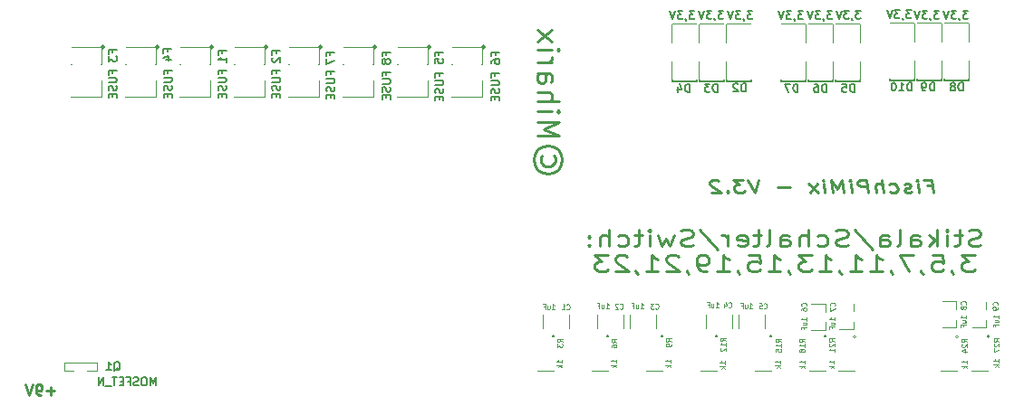
<source format=gbo>
G04 (created by PCBNEW (2013-07-07 BZR 4022)-stable) date 6.3.2014 22:13:41*
%MOIN*%
G04 Gerber Fmt 3.4, Leading zero omitted, Abs format*
%FSLAX34Y34*%
G01*
G70*
G90*
G04 APERTURE LIST*
%ADD10C,0.011811*%
%ADD11C,0.00984252*%
%ADD12C,0.0113189*%
%ADD13C,0.0047*%
%ADD14C,0.005*%
%ADD15C,0.0039*%
%ADD16C,0.0051*%
%ADD17C,0.0045*%
%ADD18C,0.0043*%
%ADD19R,0.048X0.048*%
%ADD20R,0.072X0.072*%
%ADD21C,0.0828661*%
%ADD22R,0.067X0.067*%
%ADD23R,0.037X0.057*%
%ADD24R,0.057X0.037*%
%ADD25R,0.112X0.062*%
%ADD26R,0.067X0.047*%
%ADD27R,0.092X0.072*%
%ADD28R,0.162X0.162*%
%ADD29C,0.162*%
%ADD30C,0.24822*%
G04 APERTURE END LIST*
G54D10*
G54D11*
X12426Y-10746D02*
X12314Y-10774D01*
X12126Y-10774D01*
X12051Y-10746D01*
X12014Y-10718D01*
X11976Y-10661D01*
X11976Y-10605D01*
X12014Y-10549D01*
X12051Y-10521D01*
X12126Y-10493D01*
X12276Y-10465D01*
X12351Y-10437D01*
X12389Y-10408D01*
X12426Y-10352D01*
X12426Y-10296D01*
X12389Y-10240D01*
X12351Y-10212D01*
X12276Y-10183D01*
X12089Y-10183D01*
X11976Y-10212D01*
X11751Y-10380D02*
X11451Y-10380D01*
X11639Y-10183D02*
X11639Y-10690D01*
X11601Y-10746D01*
X11526Y-10774D01*
X11451Y-10774D01*
X11189Y-10774D02*
X11189Y-10380D01*
X11189Y-10183D02*
X11226Y-10212D01*
X11189Y-10240D01*
X11151Y-10212D01*
X11189Y-10183D01*
X11189Y-10240D01*
X10814Y-10774D02*
X10814Y-10183D01*
X10739Y-10549D02*
X10514Y-10774D01*
X10514Y-10380D02*
X10814Y-10605D01*
X9839Y-10774D02*
X9839Y-10465D01*
X9876Y-10408D01*
X9951Y-10380D01*
X10101Y-10380D01*
X10176Y-10408D01*
X9839Y-10746D02*
X9914Y-10774D01*
X10101Y-10774D01*
X10176Y-10746D01*
X10214Y-10690D01*
X10214Y-10633D01*
X10176Y-10577D01*
X10101Y-10549D01*
X9914Y-10549D01*
X9839Y-10521D01*
X9351Y-10774D02*
X9426Y-10746D01*
X9464Y-10690D01*
X9464Y-10183D01*
X8714Y-10774D02*
X8714Y-10465D01*
X8751Y-10408D01*
X8826Y-10380D01*
X8976Y-10380D01*
X9051Y-10408D01*
X8714Y-10746D02*
X8789Y-10774D01*
X8976Y-10774D01*
X9051Y-10746D01*
X9089Y-10690D01*
X9089Y-10633D01*
X9051Y-10577D01*
X8976Y-10549D01*
X8789Y-10549D01*
X8714Y-10521D01*
X7777Y-10155D02*
X8452Y-10915D01*
X7552Y-10746D02*
X7439Y-10774D01*
X7252Y-10774D01*
X7177Y-10746D01*
X7139Y-10718D01*
X7102Y-10661D01*
X7102Y-10605D01*
X7139Y-10549D01*
X7177Y-10521D01*
X7252Y-10493D01*
X7402Y-10465D01*
X7477Y-10437D01*
X7514Y-10408D01*
X7552Y-10352D01*
X7552Y-10296D01*
X7514Y-10240D01*
X7477Y-10212D01*
X7402Y-10183D01*
X7214Y-10183D01*
X7102Y-10212D01*
X6427Y-10746D02*
X6502Y-10774D01*
X6652Y-10774D01*
X6727Y-10746D01*
X6764Y-10718D01*
X6802Y-10661D01*
X6802Y-10493D01*
X6764Y-10437D01*
X6727Y-10408D01*
X6652Y-10380D01*
X6502Y-10380D01*
X6427Y-10408D01*
X6089Y-10774D02*
X6089Y-10183D01*
X5752Y-10774D02*
X5752Y-10465D01*
X5789Y-10408D01*
X5864Y-10380D01*
X5977Y-10380D01*
X6052Y-10408D01*
X6089Y-10437D01*
X5039Y-10774D02*
X5039Y-10465D01*
X5077Y-10408D01*
X5152Y-10380D01*
X5302Y-10380D01*
X5377Y-10408D01*
X5039Y-10746D02*
X5114Y-10774D01*
X5302Y-10774D01*
X5377Y-10746D01*
X5414Y-10690D01*
X5414Y-10633D01*
X5377Y-10577D01*
X5302Y-10549D01*
X5114Y-10549D01*
X5039Y-10521D01*
X4552Y-10774D02*
X4627Y-10746D01*
X4664Y-10690D01*
X4664Y-10183D01*
X4365Y-10380D02*
X4065Y-10380D01*
X4252Y-10183D02*
X4252Y-10690D01*
X4215Y-10746D01*
X4140Y-10774D01*
X4065Y-10774D01*
X3502Y-10746D02*
X3577Y-10774D01*
X3727Y-10774D01*
X3802Y-10746D01*
X3840Y-10690D01*
X3840Y-10465D01*
X3802Y-10408D01*
X3727Y-10380D01*
X3577Y-10380D01*
X3502Y-10408D01*
X3465Y-10465D01*
X3465Y-10521D01*
X3840Y-10577D01*
X3127Y-10774D02*
X3127Y-10380D01*
X3127Y-10493D02*
X3090Y-10437D01*
X3052Y-10408D01*
X2977Y-10380D01*
X2902Y-10380D01*
X2077Y-10155D02*
X2752Y-10915D01*
X1852Y-10746D02*
X1740Y-10774D01*
X1552Y-10774D01*
X1477Y-10746D01*
X1440Y-10718D01*
X1402Y-10661D01*
X1402Y-10605D01*
X1440Y-10549D01*
X1477Y-10521D01*
X1552Y-10493D01*
X1702Y-10465D01*
X1777Y-10437D01*
X1815Y-10408D01*
X1852Y-10352D01*
X1852Y-10296D01*
X1815Y-10240D01*
X1777Y-10212D01*
X1702Y-10183D01*
X1515Y-10183D01*
X1402Y-10212D01*
X1140Y-10380D02*
X990Y-10774D01*
X840Y-10493D01*
X690Y-10774D01*
X540Y-10380D01*
X240Y-10774D02*
X240Y-10380D01*
X240Y-10183D02*
X278Y-10212D01*
X240Y-10240D01*
X203Y-10212D01*
X240Y-10183D01*
X240Y-10240D01*
X-21Y-10380D02*
X-321Y-10380D01*
X-134Y-10183D02*
X-134Y-10690D01*
X-171Y-10746D01*
X-246Y-10774D01*
X-321Y-10774D01*
X-921Y-10746D02*
X-846Y-10774D01*
X-696Y-10774D01*
X-621Y-10746D01*
X-584Y-10718D01*
X-546Y-10661D01*
X-546Y-10493D01*
X-584Y-10437D01*
X-621Y-10408D01*
X-696Y-10380D01*
X-846Y-10380D01*
X-921Y-10408D01*
X-1259Y-10774D02*
X-1259Y-10183D01*
X-1596Y-10774D02*
X-1596Y-10465D01*
X-1559Y-10408D01*
X-1484Y-10380D01*
X-1371Y-10380D01*
X-1296Y-10408D01*
X-1259Y-10437D01*
X-1971Y-10718D02*
X-2009Y-10746D01*
X-1971Y-10774D01*
X-1934Y-10746D01*
X-1971Y-10718D01*
X-1971Y-10774D01*
X-1971Y-10408D02*
X-2009Y-10437D01*
X-1971Y-10465D01*
X-1934Y-10437D01*
X-1971Y-10408D01*
X-1971Y-10465D01*
X12220Y-11109D02*
X11732Y-11109D01*
X11995Y-11334D01*
X11882Y-11334D01*
X11807Y-11362D01*
X11770Y-11390D01*
X11732Y-11446D01*
X11732Y-11587D01*
X11770Y-11643D01*
X11807Y-11671D01*
X11882Y-11699D01*
X12107Y-11699D01*
X12182Y-11671D01*
X12220Y-11643D01*
X11357Y-11671D02*
X11357Y-11699D01*
X11395Y-11755D01*
X11432Y-11784D01*
X10645Y-11109D02*
X11020Y-11109D01*
X11057Y-11390D01*
X11020Y-11362D01*
X10945Y-11334D01*
X10757Y-11334D01*
X10682Y-11362D01*
X10645Y-11390D01*
X10607Y-11446D01*
X10607Y-11587D01*
X10645Y-11643D01*
X10682Y-11671D01*
X10757Y-11699D01*
X10945Y-11699D01*
X11020Y-11671D01*
X11057Y-11643D01*
X10233Y-11671D02*
X10233Y-11699D01*
X10270Y-11755D01*
X10308Y-11784D01*
X9970Y-11109D02*
X9445Y-11109D01*
X9783Y-11699D01*
X9108Y-11671D02*
X9108Y-11699D01*
X9145Y-11755D01*
X9183Y-11784D01*
X8358Y-11699D02*
X8808Y-11699D01*
X8583Y-11699D02*
X8583Y-11109D01*
X8658Y-11193D01*
X8733Y-11249D01*
X8808Y-11277D01*
X7608Y-11699D02*
X8058Y-11699D01*
X7833Y-11699D02*
X7833Y-11109D01*
X7908Y-11193D01*
X7983Y-11249D01*
X8058Y-11277D01*
X7233Y-11671D02*
X7233Y-11699D01*
X7270Y-11755D01*
X7308Y-11784D01*
X6483Y-11699D02*
X6933Y-11699D01*
X6708Y-11699D02*
X6708Y-11109D01*
X6783Y-11193D01*
X6858Y-11249D01*
X6933Y-11277D01*
X6221Y-11109D02*
X5733Y-11109D01*
X5996Y-11334D01*
X5883Y-11334D01*
X5808Y-11362D01*
X5771Y-11390D01*
X5733Y-11446D01*
X5733Y-11587D01*
X5771Y-11643D01*
X5808Y-11671D01*
X5883Y-11699D01*
X6108Y-11699D01*
X6183Y-11671D01*
X6221Y-11643D01*
X5358Y-11671D02*
X5358Y-11699D01*
X5396Y-11755D01*
X5433Y-11784D01*
X4608Y-11699D02*
X5058Y-11699D01*
X4833Y-11699D02*
X4833Y-11109D01*
X4908Y-11193D01*
X4983Y-11249D01*
X5058Y-11277D01*
X3896Y-11109D02*
X4271Y-11109D01*
X4308Y-11390D01*
X4271Y-11362D01*
X4196Y-11334D01*
X4008Y-11334D01*
X3933Y-11362D01*
X3896Y-11390D01*
X3858Y-11446D01*
X3858Y-11587D01*
X3896Y-11643D01*
X3933Y-11671D01*
X4008Y-11699D01*
X4196Y-11699D01*
X4271Y-11671D01*
X4308Y-11643D01*
X3483Y-11671D02*
X3483Y-11699D01*
X3521Y-11755D01*
X3558Y-11784D01*
X2733Y-11699D02*
X3183Y-11699D01*
X2958Y-11699D02*
X2958Y-11109D01*
X3033Y-11193D01*
X3108Y-11249D01*
X3183Y-11277D01*
X2359Y-11699D02*
X2209Y-11699D01*
X2134Y-11671D01*
X2096Y-11643D01*
X2021Y-11559D01*
X1984Y-11446D01*
X1984Y-11221D01*
X2021Y-11165D01*
X2059Y-11137D01*
X2134Y-11109D01*
X2284Y-11109D01*
X2359Y-11137D01*
X2396Y-11165D01*
X2434Y-11221D01*
X2434Y-11362D01*
X2396Y-11418D01*
X2359Y-11446D01*
X2284Y-11474D01*
X2134Y-11474D01*
X2059Y-11446D01*
X2021Y-11418D01*
X1984Y-11362D01*
X1609Y-11671D02*
X1609Y-11699D01*
X1646Y-11755D01*
X1684Y-11784D01*
X1309Y-11165D02*
X1271Y-11137D01*
X1196Y-11109D01*
X1009Y-11109D01*
X934Y-11137D01*
X896Y-11165D01*
X859Y-11221D01*
X859Y-11277D01*
X896Y-11362D01*
X1346Y-11699D01*
X859Y-11699D01*
X109Y-11699D02*
X559Y-11699D01*
X334Y-11699D02*
X334Y-11109D01*
X409Y-11193D01*
X484Y-11249D01*
X559Y-11277D01*
X-265Y-11671D02*
X-265Y-11699D01*
X-228Y-11755D01*
X-190Y-11784D01*
X-565Y-11165D02*
X-603Y-11137D01*
X-678Y-11109D01*
X-865Y-11109D01*
X-940Y-11137D01*
X-978Y-11165D01*
X-1015Y-11221D01*
X-1015Y-11277D01*
X-978Y-11362D01*
X-528Y-11699D01*
X-1015Y-11699D01*
X-1278Y-11109D02*
X-1765Y-11109D01*
X-1503Y-11334D01*
X-1615Y-11334D01*
X-1690Y-11362D01*
X-1727Y-11390D01*
X-1765Y-11446D01*
X-1765Y-11587D01*
X-1727Y-11643D01*
X-1690Y-11671D01*
X-1615Y-11699D01*
X-1390Y-11699D01*
X-1315Y-11671D01*
X-1278Y-11643D01*
X-21631Y-16111D02*
X-21931Y-16111D01*
X-21781Y-16261D02*
X-21781Y-15961D01*
X-22137Y-16261D02*
X-22212Y-16261D01*
X-22250Y-16242D01*
X-22269Y-16224D01*
X-22306Y-16167D01*
X-22325Y-16092D01*
X-22325Y-15943D01*
X-22306Y-15905D01*
X-22287Y-15886D01*
X-22250Y-15868D01*
X-22175Y-15868D01*
X-22137Y-15886D01*
X-22119Y-15905D01*
X-22100Y-15943D01*
X-22100Y-16036D01*
X-22119Y-16074D01*
X-22137Y-16092D01*
X-22175Y-16111D01*
X-22250Y-16111D01*
X-22287Y-16092D01*
X-22306Y-16074D01*
X-22325Y-16036D01*
X-22437Y-15868D02*
X-22568Y-16261D01*
X-22700Y-15868D01*
X-3266Y-7426D02*
X-3228Y-7501D01*
X-3228Y-7651D01*
X-3266Y-7726D01*
X-3341Y-7801D01*
X-3416Y-7838D01*
X-3565Y-7838D01*
X-3640Y-7801D01*
X-3715Y-7726D01*
X-3753Y-7651D01*
X-3753Y-7501D01*
X-3715Y-7426D01*
X-2966Y-7576D02*
X-3003Y-7763D01*
X-3116Y-7951D01*
X-3303Y-8063D01*
X-3491Y-8101D01*
X-3678Y-8063D01*
X-3865Y-7951D01*
X-3978Y-7763D01*
X-4015Y-7576D01*
X-3978Y-7388D01*
X-3865Y-7201D01*
X-3678Y-7088D01*
X-3491Y-7051D01*
X-3303Y-7088D01*
X-3116Y-7201D01*
X-3003Y-7388D01*
X-2966Y-7576D01*
X-3865Y-6713D02*
X-3078Y-6713D01*
X-3640Y-6451D01*
X-3078Y-6188D01*
X-3865Y-6188D01*
X-3865Y-5813D02*
X-3341Y-5813D01*
X-3078Y-5813D02*
X-3116Y-5851D01*
X-3153Y-5813D01*
X-3116Y-5776D01*
X-3078Y-5813D01*
X-3153Y-5813D01*
X-3865Y-5438D02*
X-3078Y-5438D01*
X-3865Y-5101D02*
X-3453Y-5101D01*
X-3378Y-5138D01*
X-3341Y-5213D01*
X-3341Y-5326D01*
X-3378Y-5401D01*
X-3416Y-5438D01*
X-3865Y-4389D02*
X-3453Y-4389D01*
X-3378Y-4426D01*
X-3341Y-4501D01*
X-3341Y-4651D01*
X-3378Y-4726D01*
X-3828Y-4389D02*
X-3865Y-4464D01*
X-3865Y-4651D01*
X-3828Y-4726D01*
X-3753Y-4763D01*
X-3678Y-4763D01*
X-3603Y-4726D01*
X-3565Y-4651D01*
X-3565Y-4464D01*
X-3528Y-4389D01*
X-3865Y-4014D02*
X-3341Y-4014D01*
X-3491Y-4014D02*
X-3416Y-3976D01*
X-3378Y-3939D01*
X-3341Y-3864D01*
X-3341Y-3789D01*
X-3865Y-3526D02*
X-3341Y-3526D01*
X-3078Y-3526D02*
X-3116Y-3564D01*
X-3153Y-3526D01*
X-3116Y-3489D01*
X-3078Y-3526D01*
X-3153Y-3526D01*
X-3865Y-3226D02*
X-3341Y-2814D01*
X-3341Y-3226D02*
X-3865Y-2814D01*
G54D12*
X10438Y-8548D02*
X10642Y-8548D01*
X10671Y-8785D02*
X10615Y-8332D01*
X10324Y-8332D01*
X10148Y-8785D02*
X10111Y-8483D01*
X10092Y-8332D02*
X10123Y-8354D01*
X10097Y-8375D01*
X10065Y-8354D01*
X10092Y-8332D01*
X10097Y-8375D01*
X9884Y-8764D02*
X9829Y-8785D01*
X9712Y-8785D01*
X9652Y-8764D01*
X9617Y-8720D01*
X9614Y-8699D01*
X9638Y-8656D01*
X9694Y-8634D01*
X9781Y-8634D01*
X9836Y-8613D01*
X9860Y-8570D01*
X9857Y-8548D01*
X9823Y-8505D01*
X9762Y-8483D01*
X9675Y-8483D01*
X9619Y-8505D01*
X9099Y-8764D02*
X9160Y-8785D01*
X9277Y-8785D01*
X9332Y-8764D01*
X9358Y-8742D01*
X9382Y-8699D01*
X9366Y-8570D01*
X9331Y-8526D01*
X9300Y-8505D01*
X9239Y-8483D01*
X9123Y-8483D01*
X9067Y-8505D01*
X8841Y-8785D02*
X8784Y-8332D01*
X8579Y-8785D02*
X8549Y-8548D01*
X8573Y-8505D01*
X8629Y-8483D01*
X8716Y-8483D01*
X8777Y-8505D01*
X8808Y-8526D01*
X8289Y-8785D02*
X8232Y-8332D01*
X7999Y-8332D01*
X7944Y-8354D01*
X7918Y-8375D01*
X7894Y-8419D01*
X7902Y-8483D01*
X7937Y-8526D01*
X7968Y-8548D01*
X8029Y-8570D01*
X8262Y-8570D01*
X7678Y-8785D02*
X7641Y-8483D01*
X7622Y-8332D02*
X7653Y-8354D01*
X7627Y-8375D01*
X7595Y-8354D01*
X7622Y-8332D01*
X7627Y-8375D01*
X7388Y-8785D02*
X7331Y-8332D01*
X7168Y-8656D01*
X6924Y-8332D01*
X6981Y-8785D01*
X6690Y-8785D02*
X6653Y-8483D01*
X6634Y-8332D02*
X6665Y-8354D01*
X6639Y-8375D01*
X6607Y-8354D01*
X6634Y-8332D01*
X6639Y-8375D01*
X6458Y-8785D02*
X6100Y-8483D01*
X6420Y-8483D02*
X6138Y-8785D01*
X5419Y-8613D02*
X4954Y-8613D01*
X4251Y-8332D02*
X4104Y-8785D01*
X3844Y-8332D01*
X3699Y-8332D02*
X3321Y-8332D01*
X3546Y-8505D01*
X3459Y-8505D01*
X3403Y-8526D01*
X3377Y-8548D01*
X3353Y-8591D01*
X3367Y-8699D01*
X3401Y-8742D01*
X3433Y-8764D01*
X3494Y-8785D01*
X3668Y-8785D01*
X3724Y-8764D01*
X3750Y-8742D01*
X3111Y-8742D02*
X3084Y-8764D01*
X3116Y-8785D01*
X3142Y-8764D01*
X3111Y-8742D01*
X3116Y-8785D01*
X2803Y-8375D02*
X2772Y-8354D01*
X2711Y-8332D01*
X2565Y-8332D01*
X2510Y-8354D01*
X2484Y-8375D01*
X2460Y-8419D01*
X2465Y-8462D01*
X2503Y-8526D01*
X2884Y-8785D01*
X2506Y-8785D01*
G54D13*
X-20063Y-15057D02*
X-21263Y-15057D01*
X-21263Y-15057D02*
X-21263Y-15357D01*
X-21263Y-15357D02*
X-20063Y-15357D01*
X-20063Y-15357D02*
X-20063Y-15057D01*
X-188Y-13807D02*
X-463Y-13807D01*
X205Y-13807D02*
X480Y-13807D01*
X-188Y-13295D02*
X-463Y-13295D01*
X480Y-13295D02*
X205Y-13295D01*
X-463Y-13301D02*
X-463Y-13801D01*
X480Y-13801D02*
X480Y-13301D01*
X7228Y-13169D02*
X7228Y-12894D01*
X7228Y-13563D02*
X7228Y-13838D01*
X7740Y-13169D02*
X7740Y-12894D01*
X7740Y-13838D02*
X7740Y-13563D01*
X7734Y-12894D02*
X7234Y-12894D01*
X7234Y-13838D02*
X7734Y-13838D01*
X-2994Y-13295D02*
X-2719Y-13295D01*
X-3388Y-13295D02*
X-3663Y-13295D01*
X-2994Y-13807D02*
X-2719Y-13807D01*
X-3663Y-13807D02*
X-3388Y-13807D01*
X-2719Y-13801D02*
X-2719Y-13301D01*
X-3663Y-13301D02*
X-3663Y-13801D01*
X6200Y-13188D02*
X6200Y-12913D01*
X6200Y-13582D02*
X6200Y-13857D01*
X6712Y-13188D02*
X6712Y-12913D01*
X6712Y-13857D02*
X6712Y-13582D01*
X6706Y-12913D02*
X6206Y-12913D01*
X6206Y-13857D02*
X6706Y-13857D01*
X-994Y-13295D02*
X-719Y-13295D01*
X-1388Y-13295D02*
X-1663Y-13295D01*
X-994Y-13807D02*
X-719Y-13807D01*
X-1663Y-13807D02*
X-1388Y-13807D01*
X-719Y-13801D02*
X-719Y-13301D01*
X-1663Y-13301D02*
X-1663Y-13801D01*
X3811Y-13807D02*
X3536Y-13807D01*
X4205Y-13807D02*
X4480Y-13807D01*
X3811Y-13295D02*
X3536Y-13295D01*
X4480Y-13295D02*
X4205Y-13295D01*
X3536Y-13301D02*
X3536Y-13801D01*
X4480Y-13801D02*
X4480Y-13301D01*
X11007Y-13090D02*
X11007Y-12815D01*
X11007Y-13484D02*
X11007Y-13759D01*
X11519Y-13090D02*
X11519Y-12815D01*
X11519Y-13759D02*
X11519Y-13484D01*
X11513Y-12815D02*
X11013Y-12815D01*
X11013Y-13759D02*
X11513Y-13759D01*
X12106Y-13110D02*
X12106Y-12835D01*
X12106Y-13504D02*
X12106Y-13779D01*
X12618Y-13110D02*
X12618Y-12835D01*
X12618Y-13779D02*
X12618Y-13504D01*
X12612Y-12835D02*
X12112Y-12835D01*
X12112Y-13779D02*
X12612Y-13779D01*
X3005Y-13295D02*
X3280Y-13295D01*
X2611Y-13295D02*
X2336Y-13295D01*
X3005Y-13807D02*
X3280Y-13807D01*
X2336Y-13807D02*
X2611Y-13807D01*
X3280Y-13801D02*
X3280Y-13301D01*
X2336Y-13301D02*
X2336Y-13801D01*
G54D14*
X-7793Y-3423D02*
G75*
G03X-7793Y-3423I-70J0D01*
G74*
G01*
X-9013Y-4073D02*
X-9013Y-3473D01*
X-9013Y-3473D02*
X-7913Y-3473D01*
X-7913Y-3473D02*
X-7913Y-4073D01*
X-7913Y-4673D02*
X-7913Y-5273D01*
X-7913Y-5273D02*
X-9013Y-5273D01*
X-9013Y-5273D02*
X-9013Y-4673D01*
X-5793Y-3423D02*
G75*
G03X-5793Y-3423I-70J0D01*
G74*
G01*
X-7013Y-4073D02*
X-7013Y-3473D01*
X-7013Y-3473D02*
X-5913Y-3473D01*
X-5913Y-3473D02*
X-5913Y-4073D01*
X-5913Y-4673D02*
X-5913Y-5273D01*
X-5913Y-5273D02*
X-7013Y-5273D01*
X-7013Y-5273D02*
X-7013Y-4673D01*
X-15793Y-3423D02*
G75*
G03X-15793Y-3423I-70J0D01*
G74*
G01*
X-17013Y-4073D02*
X-17013Y-3473D01*
X-17013Y-3473D02*
X-15913Y-3473D01*
X-15913Y-3473D02*
X-15913Y-4073D01*
X-15913Y-4673D02*
X-15913Y-5273D01*
X-15913Y-5273D02*
X-17013Y-5273D01*
X-17013Y-5273D02*
X-17013Y-4673D01*
X-9793Y-3423D02*
G75*
G03X-9793Y-3423I-70J0D01*
G74*
G01*
X-11013Y-4073D02*
X-11013Y-3473D01*
X-11013Y-3473D02*
X-9913Y-3473D01*
X-9913Y-3473D02*
X-9913Y-4073D01*
X-9913Y-4673D02*
X-9913Y-5273D01*
X-9913Y-5273D02*
X-11013Y-5273D01*
X-11013Y-5273D02*
X-11013Y-4673D01*
X-11793Y-3423D02*
G75*
G03X-11793Y-3423I-70J0D01*
G74*
G01*
X-13013Y-4073D02*
X-13013Y-3473D01*
X-13013Y-3473D02*
X-11913Y-3473D01*
X-11913Y-3473D02*
X-11913Y-4073D01*
X-11913Y-4673D02*
X-11913Y-5273D01*
X-11913Y-5273D02*
X-13013Y-5273D01*
X-13013Y-5273D02*
X-13013Y-4673D01*
X-19793Y-3423D02*
G75*
G03X-19793Y-3423I-70J0D01*
G74*
G01*
X-21013Y-4073D02*
X-21013Y-3473D01*
X-21013Y-3473D02*
X-19913Y-3473D01*
X-19913Y-3473D02*
X-19913Y-4073D01*
X-19913Y-4673D02*
X-19913Y-5273D01*
X-19913Y-5273D02*
X-21013Y-5273D01*
X-21013Y-5273D02*
X-21013Y-4673D01*
X-13793Y-3423D02*
G75*
G03X-13793Y-3423I-70J0D01*
G74*
G01*
X-15013Y-4073D02*
X-15013Y-3473D01*
X-15013Y-3473D02*
X-13913Y-3473D01*
X-13913Y-3473D02*
X-13913Y-4073D01*
X-13913Y-4673D02*
X-13913Y-5273D01*
X-13913Y-5273D02*
X-15013Y-5273D01*
X-15013Y-5273D02*
X-15013Y-4673D01*
X-17793Y-3423D02*
G75*
G03X-17793Y-3423I-70J0D01*
G74*
G01*
X-19013Y-4073D02*
X-19013Y-3473D01*
X-19013Y-3473D02*
X-17913Y-3473D01*
X-17913Y-3473D02*
X-17913Y-4073D01*
X-17913Y-4673D02*
X-17913Y-5273D01*
X-17913Y-5273D02*
X-19013Y-5273D01*
X-19013Y-5273D02*
X-19013Y-4673D01*
G54D15*
X11609Y-14113D02*
G75*
G03X11609Y-14113I-50J0D01*
G74*
G01*
X11559Y-14563D02*
X11559Y-14163D01*
X11559Y-14163D02*
X10959Y-14163D01*
X10959Y-14163D02*
X10959Y-14563D01*
X10959Y-14963D02*
X10959Y-15363D01*
X10959Y-15363D02*
X11559Y-15363D01*
X11559Y-15363D02*
X11559Y-14963D01*
X12751Y-14113D02*
G75*
G03X12751Y-14113I-50J0D01*
G74*
G01*
X12701Y-14563D02*
X12701Y-14163D01*
X12701Y-14163D02*
X12101Y-14163D01*
X12101Y-14163D02*
X12101Y-14563D01*
X12101Y-14963D02*
X12101Y-15363D01*
X12101Y-15363D02*
X12701Y-15363D01*
X12701Y-15363D02*
X12701Y-14963D01*
X2758Y-14101D02*
G75*
G03X2758Y-14101I-50J0D01*
G74*
G01*
X2708Y-14551D02*
X2708Y-14151D01*
X2708Y-14151D02*
X2108Y-14151D01*
X2108Y-14151D02*
X2108Y-14551D01*
X2108Y-14951D02*
X2108Y-15351D01*
X2108Y-15351D02*
X2708Y-15351D01*
X2708Y-15351D02*
X2708Y-14951D01*
X4758Y-14101D02*
G75*
G03X4758Y-14101I-50J0D01*
G74*
G01*
X4708Y-14551D02*
X4708Y-14151D01*
X4708Y-14151D02*
X4108Y-14151D01*
X4108Y-14151D02*
X4108Y-14551D01*
X4108Y-14951D02*
X4108Y-15351D01*
X4108Y-15351D02*
X4708Y-15351D01*
X4708Y-15351D02*
X4708Y-14951D01*
X6758Y-14101D02*
G75*
G03X6758Y-14101I-50J0D01*
G74*
G01*
X6708Y-14551D02*
X6708Y-14151D01*
X6708Y-14151D02*
X6108Y-14151D01*
X6108Y-14151D02*
X6108Y-14551D01*
X6108Y-14951D02*
X6108Y-15351D01*
X6108Y-15351D02*
X6708Y-15351D01*
X6708Y-15351D02*
X6708Y-14951D01*
X7830Y-14113D02*
G75*
G03X7830Y-14113I-50J0D01*
G74*
G01*
X7780Y-14563D02*
X7780Y-14163D01*
X7780Y-14163D02*
X7180Y-14163D01*
X7180Y-14163D02*
X7180Y-14563D01*
X7180Y-14963D02*
X7180Y-15363D01*
X7180Y-15363D02*
X7780Y-15363D01*
X7780Y-15363D02*
X7780Y-14963D01*
X-3241Y-14101D02*
G75*
G03X-3241Y-14101I-50J0D01*
G74*
G01*
X-3291Y-14551D02*
X-3291Y-14151D01*
X-3291Y-14151D02*
X-3891Y-14151D01*
X-3891Y-14151D02*
X-3891Y-14551D01*
X-3891Y-14951D02*
X-3891Y-15351D01*
X-3891Y-15351D02*
X-3291Y-15351D01*
X-3291Y-15351D02*
X-3291Y-14951D01*
X-1241Y-14101D02*
G75*
G03X-1241Y-14101I-50J0D01*
G74*
G01*
X-1291Y-14551D02*
X-1291Y-14151D01*
X-1291Y-14151D02*
X-1891Y-14151D01*
X-1891Y-14151D02*
X-1891Y-14551D01*
X-1891Y-14951D02*
X-1891Y-15351D01*
X-1891Y-15351D02*
X-1291Y-15351D01*
X-1291Y-15351D02*
X-1291Y-14951D01*
X758Y-14101D02*
G75*
G03X758Y-14101I-50J0D01*
G74*
G01*
X708Y-14551D02*
X708Y-14151D01*
X708Y-14151D02*
X108Y-14151D01*
X108Y-14151D02*
X108Y-14551D01*
X108Y-14951D02*
X108Y-15351D01*
X108Y-15351D02*
X708Y-15351D01*
X708Y-15351D02*
X708Y-14951D01*
G54D14*
X6986Y-4607D02*
X6986Y-4707D01*
X6986Y-4707D02*
X6086Y-4707D01*
X6086Y-4707D02*
X6086Y-4607D01*
X6986Y-4607D02*
X6086Y-4607D01*
X6086Y-4607D02*
X6086Y-3957D01*
X6986Y-3257D02*
X6986Y-2607D01*
X6986Y-2607D02*
X6086Y-2607D01*
X6086Y-2607D02*
X6086Y-3257D01*
X6986Y-3957D02*
X6986Y-4607D01*
X10978Y-4567D02*
X10978Y-4667D01*
X10978Y-4667D02*
X10078Y-4667D01*
X10078Y-4667D02*
X10078Y-4567D01*
X10978Y-4567D02*
X10078Y-4567D01*
X10078Y-4567D02*
X10078Y-3917D01*
X10978Y-3217D02*
X10978Y-2567D01*
X10978Y-2567D02*
X10078Y-2567D01*
X10078Y-2567D02*
X10078Y-3217D01*
X10978Y-3917D02*
X10978Y-4567D01*
X11978Y-4567D02*
X11978Y-4667D01*
X11978Y-4667D02*
X11078Y-4667D01*
X11078Y-4667D02*
X11078Y-4567D01*
X11978Y-4567D02*
X11078Y-4567D01*
X11078Y-4567D02*
X11078Y-3917D01*
X11978Y-3217D02*
X11978Y-2567D01*
X11978Y-2567D02*
X11078Y-2567D01*
X11078Y-2567D02*
X11078Y-3217D01*
X11978Y-3917D02*
X11978Y-4567D01*
X9978Y-4567D02*
X9978Y-4667D01*
X9978Y-4667D02*
X9078Y-4667D01*
X9078Y-4667D02*
X9078Y-4567D01*
X9978Y-4567D02*
X9078Y-4567D01*
X9078Y-4567D02*
X9078Y-3917D01*
X9978Y-3217D02*
X9978Y-2567D01*
X9978Y-2567D02*
X9078Y-2567D01*
X9078Y-2567D02*
X9078Y-3217D01*
X9978Y-3917D02*
X9978Y-4567D01*
X5986Y-4607D02*
X5986Y-4707D01*
X5986Y-4707D02*
X5086Y-4707D01*
X5086Y-4707D02*
X5086Y-4607D01*
X5986Y-4607D02*
X5086Y-4607D01*
X5086Y-4607D02*
X5086Y-3957D01*
X5986Y-3257D02*
X5986Y-2607D01*
X5986Y-2607D02*
X5086Y-2607D01*
X5086Y-2607D02*
X5086Y-3257D01*
X5986Y-3957D02*
X5986Y-4607D01*
X3994Y-4607D02*
X3994Y-4707D01*
X3994Y-4707D02*
X3094Y-4707D01*
X3094Y-4707D02*
X3094Y-4607D01*
X3994Y-4607D02*
X3094Y-4607D01*
X3094Y-4607D02*
X3094Y-3957D01*
X3994Y-3257D02*
X3994Y-2607D01*
X3994Y-2607D02*
X3094Y-2607D01*
X3094Y-2607D02*
X3094Y-3257D01*
X3994Y-3957D02*
X3994Y-4607D01*
X2994Y-4607D02*
X2994Y-4707D01*
X2994Y-4707D02*
X2094Y-4707D01*
X2094Y-4707D02*
X2094Y-4607D01*
X2994Y-4607D02*
X2094Y-4607D01*
X2094Y-4607D02*
X2094Y-3957D01*
X2994Y-3257D02*
X2994Y-2607D01*
X2994Y-2607D02*
X2094Y-2607D01*
X2094Y-2607D02*
X2094Y-3257D01*
X2994Y-3957D02*
X2994Y-4607D01*
X1994Y-4607D02*
X1994Y-4707D01*
X1994Y-4707D02*
X1094Y-4707D01*
X1094Y-4707D02*
X1094Y-4607D01*
X1994Y-4607D02*
X1094Y-4607D01*
X1094Y-4607D02*
X1094Y-3957D01*
X1994Y-3257D02*
X1994Y-2607D01*
X1994Y-2607D02*
X1094Y-2607D01*
X1094Y-2607D02*
X1094Y-3257D01*
X1994Y-3957D02*
X1994Y-4607D01*
X7986Y-4607D02*
X7986Y-4707D01*
X7986Y-4707D02*
X7086Y-4707D01*
X7086Y-4707D02*
X7086Y-4607D01*
X7986Y-4607D02*
X7086Y-4607D01*
X7086Y-4607D02*
X7086Y-3957D01*
X7986Y-3257D02*
X7986Y-2607D01*
X7986Y-2607D02*
X7086Y-2607D01*
X7086Y-2607D02*
X7086Y-3257D01*
X7986Y-3957D02*
X7986Y-4607D01*
G54D16*
X-19459Y-15374D02*
X-19431Y-15360D01*
X-19402Y-15331D01*
X-19359Y-15288D01*
X-19331Y-15274D01*
X-19302Y-15274D01*
X-19316Y-15345D02*
X-19288Y-15331D01*
X-19259Y-15302D01*
X-19245Y-15245D01*
X-19245Y-15145D01*
X-19259Y-15088D01*
X-19288Y-15060D01*
X-19316Y-15045D01*
X-19373Y-15045D01*
X-19402Y-15060D01*
X-19431Y-15088D01*
X-19445Y-15145D01*
X-19445Y-15245D01*
X-19431Y-15302D01*
X-19402Y-15331D01*
X-19373Y-15345D01*
X-19316Y-15345D01*
X-19731Y-15345D02*
X-19559Y-15345D01*
X-19645Y-15345D02*
X-19645Y-15045D01*
X-19616Y-15088D01*
X-19588Y-15117D01*
X-19559Y-15131D01*
X-17918Y-15912D02*
X-17918Y-15612D01*
X-18018Y-15827D01*
X-18118Y-15612D01*
X-18118Y-15912D01*
X-18318Y-15612D02*
X-18375Y-15612D01*
X-18404Y-15627D01*
X-18432Y-15655D01*
X-18447Y-15712D01*
X-18447Y-15812D01*
X-18432Y-15869D01*
X-18404Y-15898D01*
X-18375Y-15912D01*
X-18318Y-15912D01*
X-18289Y-15898D01*
X-18261Y-15869D01*
X-18247Y-15812D01*
X-18247Y-15712D01*
X-18261Y-15655D01*
X-18289Y-15627D01*
X-18318Y-15612D01*
X-18561Y-15898D02*
X-18604Y-15912D01*
X-18675Y-15912D01*
X-18704Y-15898D01*
X-18718Y-15884D01*
X-18732Y-15855D01*
X-18732Y-15827D01*
X-18718Y-15798D01*
X-18704Y-15784D01*
X-18675Y-15769D01*
X-18618Y-15755D01*
X-18589Y-15741D01*
X-18575Y-15727D01*
X-18561Y-15698D01*
X-18561Y-15669D01*
X-18575Y-15641D01*
X-18589Y-15627D01*
X-18618Y-15612D01*
X-18689Y-15612D01*
X-18732Y-15627D01*
X-18961Y-15755D02*
X-18861Y-15755D01*
X-18861Y-15912D02*
X-18861Y-15612D01*
X-19004Y-15612D01*
X-19118Y-15755D02*
X-19218Y-15755D01*
X-19261Y-15912D02*
X-19118Y-15912D01*
X-19118Y-15612D01*
X-19261Y-15612D01*
X-19347Y-15612D02*
X-19518Y-15612D01*
X-19432Y-15912D02*
X-19432Y-15612D01*
X-19547Y-15941D02*
X-19775Y-15941D01*
X-19847Y-15912D02*
X-19847Y-15612D01*
X-20018Y-15912D01*
X-20018Y-15612D01*
G54D17*
X463Y-13069D02*
X471Y-13079D01*
X497Y-13088D01*
X514Y-13088D01*
X540Y-13079D01*
X557Y-13060D01*
X565Y-13041D01*
X574Y-13003D01*
X574Y-12974D01*
X565Y-12936D01*
X557Y-12917D01*
X540Y-12898D01*
X514Y-12888D01*
X497Y-12888D01*
X471Y-12898D01*
X463Y-12907D01*
X403Y-12888D02*
X291Y-12888D01*
X351Y-12965D01*
X325Y-12965D01*
X308Y-12974D01*
X300Y-12984D01*
X291Y-13003D01*
X291Y-13050D01*
X300Y-13069D01*
X308Y-13079D01*
X325Y-13088D01*
X377Y-13088D01*
X394Y-13079D01*
X403Y-13069D01*
X-93Y-13077D02*
X9Y-13077D01*
X-42Y-13077D02*
X-42Y-12877D01*
X-25Y-12905D01*
X-7Y-12924D01*
X9Y-12934D01*
X-247Y-12943D02*
X-247Y-13077D01*
X-170Y-12943D02*
X-170Y-13048D01*
X-179Y-13067D01*
X-196Y-13077D01*
X-222Y-13077D01*
X-239Y-13067D01*
X-247Y-13057D01*
X-393Y-12972D02*
X-333Y-12972D01*
X-333Y-13077D02*
X-333Y-12877D01*
X-419Y-12877D01*
X7057Y-12977D02*
X7067Y-12969D01*
X7077Y-12943D01*
X7077Y-12926D01*
X7067Y-12900D01*
X7048Y-12883D01*
X7029Y-12875D01*
X6991Y-12866D01*
X6962Y-12866D01*
X6924Y-12875D01*
X6905Y-12883D01*
X6886Y-12900D01*
X6877Y-12926D01*
X6877Y-12943D01*
X6886Y-12969D01*
X6896Y-12977D01*
X6877Y-13037D02*
X6877Y-13157D01*
X7077Y-13080D01*
X7065Y-13510D02*
X7065Y-13408D01*
X7065Y-13459D02*
X6865Y-13459D01*
X6893Y-13442D01*
X6912Y-13425D01*
X6922Y-13408D01*
X6931Y-13665D02*
X7065Y-13665D01*
X6931Y-13588D02*
X7036Y-13588D01*
X7055Y-13596D01*
X7065Y-13613D01*
X7065Y-13639D01*
X7055Y-13656D01*
X7046Y-13665D01*
X6960Y-13810D02*
X6960Y-13750D01*
X7065Y-13750D02*
X6865Y-13750D01*
X6865Y-13836D01*
X-2800Y-13089D02*
X-2792Y-13098D01*
X-2766Y-13108D01*
X-2749Y-13108D01*
X-2723Y-13098D01*
X-2706Y-13079D01*
X-2697Y-13060D01*
X-2689Y-13022D01*
X-2689Y-12994D01*
X-2697Y-12956D01*
X-2706Y-12937D01*
X-2723Y-12918D01*
X-2749Y-12908D01*
X-2766Y-12908D01*
X-2792Y-12918D01*
X-2800Y-12927D01*
X-2972Y-13108D02*
X-2869Y-13108D01*
X-2920Y-13108D02*
X-2920Y-12908D01*
X-2903Y-12937D01*
X-2886Y-12956D01*
X-2869Y-12965D01*
X-3349Y-13096D02*
X-3246Y-13096D01*
X-3298Y-13096D02*
X-3298Y-12896D01*
X-3280Y-12925D01*
X-3263Y-12944D01*
X-3246Y-12953D01*
X-3503Y-12963D02*
X-3503Y-13096D01*
X-3426Y-12963D02*
X-3426Y-13068D01*
X-3435Y-13087D01*
X-3452Y-13096D01*
X-3478Y-13096D01*
X-3495Y-13087D01*
X-3503Y-13077D01*
X-3649Y-12991D02*
X-3589Y-12991D01*
X-3589Y-13096D02*
X-3589Y-12896D01*
X-3675Y-12896D01*
X6006Y-12981D02*
X6016Y-12973D01*
X6025Y-12947D01*
X6025Y-12930D01*
X6016Y-12904D01*
X5997Y-12887D01*
X5978Y-12878D01*
X5940Y-12870D01*
X5911Y-12870D01*
X5873Y-12878D01*
X5854Y-12887D01*
X5835Y-12904D01*
X5825Y-12930D01*
X5825Y-12947D01*
X5835Y-12973D01*
X5844Y-12981D01*
X5825Y-13136D02*
X5825Y-13101D01*
X5835Y-13084D01*
X5844Y-13076D01*
X5873Y-13058D01*
X5911Y-13050D01*
X5987Y-13050D01*
X6006Y-13058D01*
X6016Y-13067D01*
X6025Y-13084D01*
X6025Y-13118D01*
X6016Y-13136D01*
X6006Y-13144D01*
X5987Y-13153D01*
X5940Y-13153D01*
X5921Y-13144D01*
X5911Y-13136D01*
X5902Y-13118D01*
X5902Y-13084D01*
X5911Y-13067D01*
X5921Y-13058D01*
X5940Y-13050D01*
X6021Y-13518D02*
X6021Y-13415D01*
X6021Y-13467D02*
X5821Y-13467D01*
X5850Y-13450D01*
X5869Y-13433D01*
X5879Y-13415D01*
X5888Y-13673D02*
X6021Y-13673D01*
X5888Y-13595D02*
X5993Y-13595D01*
X6012Y-13604D01*
X6021Y-13621D01*
X6021Y-13647D01*
X6012Y-13664D01*
X6002Y-13673D01*
X5917Y-13818D02*
X5917Y-13758D01*
X6021Y-13758D02*
X5821Y-13758D01*
X5821Y-13844D01*
X-847Y-13065D02*
X-839Y-13075D01*
X-813Y-13084D01*
X-796Y-13084D01*
X-770Y-13075D01*
X-753Y-13056D01*
X-745Y-13037D01*
X-736Y-12999D01*
X-736Y-12970D01*
X-745Y-12932D01*
X-753Y-12913D01*
X-770Y-12894D01*
X-796Y-12884D01*
X-813Y-12884D01*
X-839Y-12894D01*
X-847Y-12903D01*
X-916Y-12903D02*
X-925Y-12894D01*
X-942Y-12884D01*
X-985Y-12884D01*
X-1002Y-12894D01*
X-1010Y-12903D01*
X-1019Y-12922D01*
X-1019Y-12942D01*
X-1010Y-12970D01*
X-907Y-13084D01*
X-1019Y-13084D01*
X-1361Y-13073D02*
X-1258Y-13073D01*
X-1309Y-13073D02*
X-1309Y-12873D01*
X-1292Y-12901D01*
X-1275Y-12920D01*
X-1258Y-12930D01*
X-1515Y-12939D02*
X-1515Y-13073D01*
X-1438Y-12939D02*
X-1438Y-13044D01*
X-1447Y-13063D01*
X-1464Y-13073D01*
X-1489Y-13073D01*
X-1507Y-13063D01*
X-1515Y-13054D01*
X-1661Y-12968D02*
X-1601Y-12968D01*
X-1601Y-13073D02*
X-1601Y-12873D01*
X-1687Y-12873D01*
X4447Y-13057D02*
X4455Y-13067D01*
X4481Y-13077D01*
X4498Y-13077D01*
X4524Y-13067D01*
X4541Y-13048D01*
X4550Y-13029D01*
X4558Y-12991D01*
X4558Y-12962D01*
X4550Y-12924D01*
X4541Y-12905D01*
X4524Y-12886D01*
X4498Y-12877D01*
X4481Y-12877D01*
X4455Y-12886D01*
X4447Y-12896D01*
X4284Y-12877D02*
X4370Y-12877D01*
X4378Y-12972D01*
X4370Y-12962D01*
X4353Y-12953D01*
X4310Y-12953D01*
X4293Y-12962D01*
X4284Y-12972D01*
X4275Y-12991D01*
X4275Y-13038D01*
X4284Y-13057D01*
X4293Y-13067D01*
X4310Y-13077D01*
X4353Y-13077D01*
X4370Y-13067D01*
X4378Y-13057D01*
X3918Y-13061D02*
X4021Y-13061D01*
X3969Y-13061D02*
X3969Y-12861D01*
X3986Y-12889D01*
X4003Y-12908D01*
X4021Y-12918D01*
X3763Y-12927D02*
X3763Y-13061D01*
X3841Y-12927D02*
X3841Y-13032D01*
X3832Y-13051D01*
X3815Y-13061D01*
X3789Y-13061D01*
X3772Y-13051D01*
X3763Y-13042D01*
X3618Y-12956D02*
X3678Y-12956D01*
X3678Y-13061D02*
X3678Y-12861D01*
X3592Y-12861D01*
X11872Y-12918D02*
X11882Y-12910D01*
X11891Y-12884D01*
X11891Y-12867D01*
X11882Y-12841D01*
X11863Y-12824D01*
X11844Y-12815D01*
X11806Y-12807D01*
X11777Y-12807D01*
X11739Y-12815D01*
X11720Y-12824D01*
X11701Y-12841D01*
X11691Y-12867D01*
X11691Y-12884D01*
X11701Y-12910D01*
X11711Y-12918D01*
X11777Y-13021D02*
X11768Y-13004D01*
X11758Y-12995D01*
X11739Y-12987D01*
X11730Y-12987D01*
X11711Y-12995D01*
X11701Y-13004D01*
X11691Y-13021D01*
X11691Y-13055D01*
X11701Y-13073D01*
X11711Y-13081D01*
X11730Y-13090D01*
X11739Y-13090D01*
X11758Y-13081D01*
X11768Y-13073D01*
X11777Y-13055D01*
X11777Y-13021D01*
X11787Y-13004D01*
X11796Y-12995D01*
X11815Y-12987D01*
X11853Y-12987D01*
X11872Y-12995D01*
X11882Y-13004D01*
X11891Y-13021D01*
X11891Y-13055D01*
X11882Y-13073D01*
X11872Y-13081D01*
X11853Y-13090D01*
X11815Y-13090D01*
X11796Y-13081D01*
X11787Y-13073D01*
X11777Y-13055D01*
X11876Y-13436D02*
X11876Y-13333D01*
X11876Y-13384D02*
X11676Y-13384D01*
X11704Y-13367D01*
X11723Y-13350D01*
X11733Y-13333D01*
X11742Y-13590D02*
X11876Y-13590D01*
X11742Y-13513D02*
X11847Y-13513D01*
X11866Y-13521D01*
X11876Y-13539D01*
X11876Y-13564D01*
X11866Y-13581D01*
X11857Y-13590D01*
X11771Y-13736D02*
X11771Y-13676D01*
X11876Y-13676D02*
X11676Y-13676D01*
X11676Y-13761D01*
X13046Y-12946D02*
X13055Y-12937D01*
X13065Y-12912D01*
X13065Y-12894D01*
X13055Y-12869D01*
X13036Y-12852D01*
X13017Y-12843D01*
X12979Y-12834D01*
X12950Y-12834D01*
X12912Y-12843D01*
X12893Y-12852D01*
X12874Y-12869D01*
X12865Y-12894D01*
X12865Y-12912D01*
X12874Y-12937D01*
X12884Y-12946D01*
X13065Y-13032D02*
X13065Y-13066D01*
X13055Y-13083D01*
X13046Y-13092D01*
X13017Y-13109D01*
X12979Y-13117D01*
X12903Y-13117D01*
X12884Y-13109D01*
X12874Y-13100D01*
X12865Y-13083D01*
X12865Y-13049D01*
X12874Y-13032D01*
X12884Y-13023D01*
X12903Y-13014D01*
X12950Y-13014D01*
X12969Y-13023D01*
X12979Y-13032D01*
X12989Y-13049D01*
X12989Y-13083D01*
X12979Y-13100D01*
X12969Y-13109D01*
X12950Y-13117D01*
X13073Y-13424D02*
X13073Y-13321D01*
X13073Y-13372D02*
X12873Y-13372D01*
X12901Y-13355D01*
X12920Y-13338D01*
X12930Y-13321D01*
X12939Y-13578D02*
X13073Y-13578D01*
X12939Y-13501D02*
X13044Y-13501D01*
X13063Y-13510D01*
X13073Y-13527D01*
X13073Y-13552D01*
X13063Y-13570D01*
X13054Y-13578D01*
X12968Y-13724D02*
X12968Y-13664D01*
X13073Y-13664D02*
X12873Y-13664D01*
X12873Y-13750D01*
X3155Y-13026D02*
X3164Y-13035D01*
X3190Y-13045D01*
X3207Y-13045D01*
X3233Y-13035D01*
X3250Y-13016D01*
X3258Y-12997D01*
X3267Y-12959D01*
X3267Y-12931D01*
X3258Y-12893D01*
X3250Y-12874D01*
X3233Y-12855D01*
X3207Y-12845D01*
X3190Y-12845D01*
X3164Y-12855D01*
X3155Y-12864D01*
X3001Y-12912D02*
X3001Y-13045D01*
X3044Y-12835D02*
X3087Y-12978D01*
X2975Y-12978D01*
X2678Y-13041D02*
X2780Y-13041D01*
X2729Y-13041D02*
X2729Y-12841D01*
X2746Y-12870D01*
X2763Y-12889D01*
X2780Y-12898D01*
X2523Y-12908D02*
X2523Y-13041D01*
X2600Y-12908D02*
X2600Y-13013D01*
X2592Y-13032D01*
X2575Y-13041D01*
X2549Y-13041D01*
X2532Y-13032D01*
X2523Y-13022D01*
X2378Y-12936D02*
X2438Y-12936D01*
X2438Y-13041D02*
X2438Y-12841D01*
X2352Y-12841D01*
G54D14*
X-7504Y-3722D02*
X-7504Y-3622D01*
X-7347Y-3622D02*
X-7647Y-3622D01*
X-7647Y-3765D01*
X-7647Y-4022D02*
X-7647Y-3879D01*
X-7504Y-3865D01*
X-7518Y-3879D01*
X-7532Y-3908D01*
X-7532Y-3979D01*
X-7518Y-4008D01*
X-7504Y-4022D01*
X-7475Y-4037D01*
X-7404Y-4037D01*
X-7375Y-4022D01*
X-7361Y-4008D01*
X-7347Y-3979D01*
X-7347Y-3908D01*
X-7361Y-3879D01*
X-7375Y-3865D01*
X-7492Y-4508D02*
X-7492Y-4408D01*
X-7335Y-4408D02*
X-7635Y-4408D01*
X-7635Y-4551D01*
X-7635Y-4665D02*
X-7392Y-4665D01*
X-7363Y-4680D01*
X-7349Y-4694D01*
X-7335Y-4723D01*
X-7335Y-4780D01*
X-7349Y-4808D01*
X-7363Y-4823D01*
X-7392Y-4837D01*
X-7635Y-4837D01*
X-7349Y-4965D02*
X-7335Y-5008D01*
X-7335Y-5080D01*
X-7349Y-5108D01*
X-7363Y-5123D01*
X-7392Y-5137D01*
X-7420Y-5137D01*
X-7449Y-5123D01*
X-7463Y-5108D01*
X-7478Y-5080D01*
X-7492Y-5023D01*
X-7506Y-4994D01*
X-7520Y-4980D01*
X-7549Y-4965D01*
X-7578Y-4965D01*
X-7606Y-4980D01*
X-7620Y-4994D01*
X-7635Y-5023D01*
X-7635Y-5094D01*
X-7620Y-5137D01*
X-7492Y-5265D02*
X-7492Y-5365D01*
X-7335Y-5408D02*
X-7335Y-5265D01*
X-7635Y-5265D01*
X-7635Y-5408D01*
X-5425Y-3738D02*
X-5425Y-3638D01*
X-5268Y-3638D02*
X-5568Y-3638D01*
X-5568Y-3781D01*
X-5568Y-4024D02*
X-5568Y-3967D01*
X-5554Y-3938D01*
X-5539Y-3924D01*
X-5496Y-3895D01*
X-5439Y-3881D01*
X-5325Y-3881D01*
X-5296Y-3895D01*
X-5282Y-3910D01*
X-5268Y-3938D01*
X-5268Y-3995D01*
X-5282Y-4024D01*
X-5296Y-4038D01*
X-5325Y-4052D01*
X-5396Y-4052D01*
X-5425Y-4038D01*
X-5439Y-4024D01*
X-5454Y-3995D01*
X-5454Y-3938D01*
X-5439Y-3910D01*
X-5425Y-3895D01*
X-5396Y-3881D01*
X-5445Y-4516D02*
X-5445Y-4416D01*
X-5288Y-4416D02*
X-5588Y-4416D01*
X-5588Y-4559D01*
X-5588Y-4673D02*
X-5345Y-4673D01*
X-5316Y-4688D01*
X-5302Y-4702D01*
X-5288Y-4730D01*
X-5288Y-4788D01*
X-5302Y-4816D01*
X-5316Y-4830D01*
X-5345Y-4845D01*
X-5588Y-4845D01*
X-5302Y-4973D02*
X-5288Y-5016D01*
X-5288Y-5088D01*
X-5302Y-5116D01*
X-5316Y-5130D01*
X-5345Y-5145D01*
X-5373Y-5145D01*
X-5402Y-5130D01*
X-5416Y-5116D01*
X-5430Y-5088D01*
X-5445Y-5030D01*
X-5459Y-5002D01*
X-5473Y-4988D01*
X-5502Y-4973D01*
X-5530Y-4973D01*
X-5559Y-4988D01*
X-5573Y-5002D01*
X-5588Y-5030D01*
X-5588Y-5102D01*
X-5573Y-5145D01*
X-5445Y-5273D02*
X-5445Y-5373D01*
X-5288Y-5416D02*
X-5288Y-5273D01*
X-5588Y-5273D01*
X-5588Y-5416D01*
X-15472Y-3679D02*
X-15472Y-3579D01*
X-15315Y-3579D02*
X-15615Y-3579D01*
X-15615Y-3722D01*
X-15315Y-3993D02*
X-15315Y-3822D01*
X-15315Y-3908D02*
X-15615Y-3908D01*
X-15572Y-3879D01*
X-15544Y-3850D01*
X-15529Y-3822D01*
X-15476Y-4402D02*
X-15476Y-4302D01*
X-15319Y-4302D02*
X-15619Y-4302D01*
X-15619Y-4445D01*
X-15619Y-4559D02*
X-15376Y-4559D01*
X-15348Y-4573D01*
X-15333Y-4588D01*
X-15319Y-4616D01*
X-15319Y-4673D01*
X-15333Y-4702D01*
X-15348Y-4716D01*
X-15376Y-4730D01*
X-15619Y-4730D01*
X-15333Y-4859D02*
X-15319Y-4902D01*
X-15319Y-4973D01*
X-15333Y-5002D01*
X-15348Y-5016D01*
X-15376Y-5030D01*
X-15405Y-5030D01*
X-15433Y-5016D01*
X-15448Y-5002D01*
X-15462Y-4973D01*
X-15476Y-4916D01*
X-15490Y-4888D01*
X-15505Y-4873D01*
X-15533Y-4859D01*
X-15562Y-4859D01*
X-15590Y-4873D01*
X-15605Y-4888D01*
X-15619Y-4916D01*
X-15619Y-4988D01*
X-15605Y-5030D01*
X-15476Y-5159D02*
X-15476Y-5259D01*
X-15319Y-5302D02*
X-15319Y-5159D01*
X-15619Y-5159D01*
X-15619Y-5302D01*
X-9449Y-3738D02*
X-9449Y-3638D01*
X-9291Y-3638D02*
X-9591Y-3638D01*
X-9591Y-3781D01*
X-9463Y-3938D02*
X-9477Y-3910D01*
X-9491Y-3895D01*
X-9520Y-3881D01*
X-9534Y-3881D01*
X-9563Y-3895D01*
X-9577Y-3910D01*
X-9591Y-3938D01*
X-9591Y-3995D01*
X-9577Y-4024D01*
X-9563Y-4038D01*
X-9534Y-4052D01*
X-9520Y-4052D01*
X-9491Y-4038D01*
X-9477Y-4024D01*
X-9463Y-3995D01*
X-9463Y-3938D01*
X-9449Y-3910D01*
X-9434Y-3895D01*
X-9406Y-3881D01*
X-9349Y-3881D01*
X-9320Y-3895D01*
X-9306Y-3910D01*
X-9291Y-3938D01*
X-9291Y-3995D01*
X-9306Y-4024D01*
X-9320Y-4038D01*
X-9349Y-4052D01*
X-9406Y-4052D01*
X-9434Y-4038D01*
X-9449Y-4024D01*
X-9463Y-3995D01*
X-9449Y-4457D02*
X-9449Y-4357D01*
X-9291Y-4357D02*
X-9591Y-4357D01*
X-9591Y-4500D01*
X-9591Y-4614D02*
X-9349Y-4614D01*
X-9320Y-4628D01*
X-9306Y-4643D01*
X-9291Y-4671D01*
X-9291Y-4728D01*
X-9306Y-4757D01*
X-9320Y-4771D01*
X-9349Y-4786D01*
X-9591Y-4786D01*
X-9306Y-4914D02*
X-9291Y-4957D01*
X-9291Y-5028D01*
X-9306Y-5057D01*
X-9320Y-5071D01*
X-9349Y-5086D01*
X-9377Y-5086D01*
X-9406Y-5071D01*
X-9420Y-5057D01*
X-9434Y-5028D01*
X-9449Y-4971D01*
X-9463Y-4943D01*
X-9477Y-4928D01*
X-9506Y-4914D01*
X-9534Y-4914D01*
X-9563Y-4928D01*
X-9577Y-4943D01*
X-9591Y-4971D01*
X-9591Y-5043D01*
X-9577Y-5086D01*
X-9449Y-5214D02*
X-9449Y-5314D01*
X-9291Y-5357D02*
X-9291Y-5214D01*
X-9591Y-5214D01*
X-9591Y-5357D01*
X-11500Y-3722D02*
X-11500Y-3622D01*
X-11343Y-3622D02*
X-11643Y-3622D01*
X-11643Y-3765D01*
X-11643Y-3851D02*
X-11643Y-4051D01*
X-11343Y-3922D01*
X-11496Y-4437D02*
X-11496Y-4337D01*
X-11339Y-4337D02*
X-11639Y-4337D01*
X-11639Y-4480D01*
X-11639Y-4594D02*
X-11396Y-4594D01*
X-11367Y-4609D01*
X-11353Y-4623D01*
X-11339Y-4652D01*
X-11339Y-4709D01*
X-11353Y-4737D01*
X-11367Y-4752D01*
X-11396Y-4766D01*
X-11639Y-4766D01*
X-11353Y-4894D02*
X-11339Y-4937D01*
X-11339Y-5009D01*
X-11353Y-5037D01*
X-11367Y-5052D01*
X-11396Y-5066D01*
X-11424Y-5066D01*
X-11453Y-5052D01*
X-11467Y-5037D01*
X-11482Y-5009D01*
X-11496Y-4952D01*
X-11510Y-4923D01*
X-11524Y-4909D01*
X-11553Y-4894D01*
X-11582Y-4894D01*
X-11610Y-4909D01*
X-11624Y-4923D01*
X-11639Y-4952D01*
X-11639Y-5023D01*
X-11624Y-5066D01*
X-11496Y-5194D02*
X-11496Y-5294D01*
X-11339Y-5337D02*
X-11339Y-5194D01*
X-11639Y-5194D01*
X-11639Y-5337D01*
X-19504Y-3648D02*
X-19504Y-3548D01*
X-19347Y-3548D02*
X-19647Y-3548D01*
X-19647Y-3690D01*
X-19647Y-3776D02*
X-19647Y-3962D01*
X-19532Y-3862D01*
X-19532Y-3905D01*
X-19518Y-3933D01*
X-19504Y-3948D01*
X-19475Y-3962D01*
X-19404Y-3962D01*
X-19375Y-3948D01*
X-19361Y-3933D01*
X-19347Y-3905D01*
X-19347Y-3819D01*
X-19361Y-3790D01*
X-19375Y-3776D01*
X-19508Y-4410D02*
X-19508Y-4310D01*
X-19351Y-4310D02*
X-19651Y-4310D01*
X-19651Y-4453D01*
X-19651Y-4567D02*
X-19408Y-4567D01*
X-19379Y-4581D01*
X-19365Y-4596D01*
X-19351Y-4624D01*
X-19351Y-4681D01*
X-19365Y-4710D01*
X-19379Y-4724D01*
X-19408Y-4738D01*
X-19651Y-4738D01*
X-19365Y-4867D02*
X-19351Y-4910D01*
X-19351Y-4981D01*
X-19365Y-5010D01*
X-19379Y-5024D01*
X-19408Y-5038D01*
X-19436Y-5038D01*
X-19465Y-5024D01*
X-19479Y-5010D01*
X-19493Y-4981D01*
X-19508Y-4924D01*
X-19522Y-4896D01*
X-19536Y-4881D01*
X-19565Y-4867D01*
X-19593Y-4867D01*
X-19622Y-4881D01*
X-19636Y-4896D01*
X-19651Y-4924D01*
X-19651Y-4996D01*
X-19636Y-5038D01*
X-19508Y-5167D02*
X-19508Y-5267D01*
X-19351Y-5310D02*
X-19351Y-5167D01*
X-19651Y-5167D01*
X-19651Y-5310D01*
X-13496Y-3679D02*
X-13496Y-3579D01*
X-13339Y-3579D02*
X-13639Y-3579D01*
X-13639Y-3722D01*
X-13610Y-3822D02*
X-13624Y-3836D01*
X-13639Y-3865D01*
X-13639Y-3936D01*
X-13624Y-3965D01*
X-13610Y-3979D01*
X-13582Y-3993D01*
X-13553Y-3993D01*
X-13510Y-3979D01*
X-13339Y-3808D01*
X-13339Y-3993D01*
X-13488Y-4394D02*
X-13488Y-4294D01*
X-13331Y-4294D02*
X-13631Y-4294D01*
X-13631Y-4437D01*
X-13631Y-4551D02*
X-13388Y-4551D01*
X-13359Y-4565D01*
X-13345Y-4580D01*
X-13331Y-4608D01*
X-13331Y-4665D01*
X-13345Y-4694D01*
X-13359Y-4708D01*
X-13388Y-4723D01*
X-13631Y-4723D01*
X-13345Y-4851D02*
X-13331Y-4894D01*
X-13331Y-4965D01*
X-13345Y-4994D01*
X-13359Y-5008D01*
X-13388Y-5023D01*
X-13417Y-5023D01*
X-13445Y-5008D01*
X-13459Y-4994D01*
X-13474Y-4965D01*
X-13488Y-4908D01*
X-13502Y-4880D01*
X-13517Y-4865D01*
X-13545Y-4851D01*
X-13574Y-4851D01*
X-13602Y-4865D01*
X-13617Y-4880D01*
X-13631Y-4908D01*
X-13631Y-4980D01*
X-13617Y-5023D01*
X-13488Y-5151D02*
X-13488Y-5251D01*
X-13331Y-5294D02*
X-13331Y-5151D01*
X-13631Y-5151D01*
X-13631Y-5294D01*
X-17488Y-3616D02*
X-17488Y-3516D01*
X-17331Y-3516D02*
X-17631Y-3516D01*
X-17631Y-3659D01*
X-17531Y-3902D02*
X-17331Y-3902D01*
X-17645Y-3830D02*
X-17431Y-3759D01*
X-17431Y-3945D01*
X-17480Y-4394D02*
X-17480Y-4294D01*
X-17323Y-4294D02*
X-17623Y-4294D01*
X-17623Y-4437D01*
X-17623Y-4551D02*
X-17380Y-4551D01*
X-17352Y-4565D01*
X-17337Y-4580D01*
X-17323Y-4608D01*
X-17323Y-4665D01*
X-17337Y-4694D01*
X-17352Y-4708D01*
X-17380Y-4723D01*
X-17623Y-4723D01*
X-17337Y-4851D02*
X-17323Y-4894D01*
X-17323Y-4965D01*
X-17337Y-4994D01*
X-17352Y-5008D01*
X-17380Y-5023D01*
X-17409Y-5023D01*
X-17437Y-5008D01*
X-17452Y-4994D01*
X-17466Y-4965D01*
X-17480Y-4908D01*
X-17494Y-4880D01*
X-17509Y-4865D01*
X-17537Y-4851D01*
X-17566Y-4851D01*
X-17594Y-4865D01*
X-17609Y-4880D01*
X-17623Y-4908D01*
X-17623Y-4980D01*
X-17609Y-5023D01*
X-17480Y-5151D02*
X-17480Y-5251D01*
X-17323Y-5294D02*
X-17323Y-5151D01*
X-17623Y-5151D01*
X-17623Y-5294D01*
G54D18*
X11922Y-14310D02*
X11828Y-14244D01*
X11922Y-14197D02*
X11725Y-14197D01*
X11725Y-14272D01*
X11734Y-14291D01*
X11744Y-14300D01*
X11762Y-14310D01*
X11790Y-14310D01*
X11809Y-14300D01*
X11819Y-14291D01*
X11828Y-14272D01*
X11828Y-14197D01*
X11744Y-14385D02*
X11734Y-14394D01*
X11725Y-14413D01*
X11725Y-14460D01*
X11734Y-14479D01*
X11744Y-14488D01*
X11762Y-14497D01*
X11781Y-14497D01*
X11809Y-14488D01*
X11922Y-14376D01*
X11922Y-14497D01*
X11790Y-14666D02*
X11922Y-14666D01*
X11715Y-14619D02*
X11856Y-14573D01*
X11856Y-14694D01*
X11922Y-15102D02*
X11922Y-14989D01*
X11922Y-15046D02*
X11725Y-15046D01*
X11753Y-15027D01*
X11772Y-15008D01*
X11781Y-14989D01*
X11922Y-15186D02*
X11725Y-15186D01*
X11847Y-15205D02*
X11922Y-15262D01*
X11790Y-15262D02*
X11865Y-15186D01*
X13103Y-14294D02*
X13009Y-14228D01*
X13103Y-14182D02*
X12906Y-14182D01*
X12906Y-14257D01*
X12915Y-14275D01*
X12925Y-14285D01*
X12943Y-14294D01*
X12972Y-14294D01*
X12990Y-14285D01*
X13000Y-14275D01*
X13009Y-14257D01*
X13009Y-14182D01*
X12925Y-14369D02*
X12915Y-14379D01*
X12906Y-14397D01*
X12906Y-14444D01*
X12915Y-14463D01*
X12925Y-14472D01*
X12943Y-14482D01*
X12962Y-14482D01*
X12990Y-14472D01*
X13103Y-14360D01*
X13103Y-14482D01*
X12906Y-14547D02*
X12906Y-14679D01*
X13103Y-14594D01*
X13095Y-15063D02*
X13095Y-14950D01*
X13095Y-15006D02*
X12898Y-15006D01*
X12926Y-14988D01*
X12945Y-14969D01*
X12954Y-14950D01*
X13095Y-15147D02*
X12898Y-15147D01*
X13020Y-15166D02*
X13095Y-15222D01*
X12964Y-15222D02*
X13039Y-15147D01*
X3040Y-14267D02*
X2946Y-14201D01*
X3040Y-14154D02*
X2843Y-14154D01*
X2843Y-14229D01*
X2852Y-14248D01*
X2862Y-14257D01*
X2880Y-14267D01*
X2909Y-14267D01*
X2927Y-14257D01*
X2937Y-14248D01*
X2946Y-14229D01*
X2946Y-14154D01*
X3040Y-14454D02*
X3040Y-14342D01*
X3040Y-14398D02*
X2843Y-14398D01*
X2871Y-14379D01*
X2890Y-14360D01*
X2899Y-14342D01*
X2862Y-14529D02*
X2852Y-14539D01*
X2843Y-14557D01*
X2843Y-14604D01*
X2852Y-14623D01*
X2862Y-14632D01*
X2880Y-14642D01*
X2899Y-14642D01*
X2927Y-14632D01*
X3040Y-14520D01*
X3040Y-14642D01*
X3028Y-15126D02*
X3028Y-15013D01*
X3028Y-15069D02*
X2831Y-15069D01*
X2859Y-15051D01*
X2878Y-15032D01*
X2887Y-15013D01*
X3028Y-15210D02*
X2831Y-15210D01*
X2953Y-15229D02*
X3028Y-15285D01*
X2897Y-15285D02*
X2972Y-15210D01*
X5083Y-14306D02*
X4989Y-14240D01*
X5083Y-14193D02*
X4886Y-14193D01*
X4886Y-14268D01*
X4896Y-14287D01*
X4905Y-14297D01*
X4924Y-14306D01*
X4952Y-14306D01*
X4971Y-14297D01*
X4980Y-14287D01*
X4989Y-14268D01*
X4989Y-14193D01*
X5083Y-14494D02*
X5083Y-14381D01*
X5083Y-14437D02*
X4886Y-14437D01*
X4914Y-14418D01*
X4933Y-14400D01*
X4942Y-14381D01*
X4886Y-14672D02*
X4886Y-14578D01*
X4980Y-14569D01*
X4971Y-14578D01*
X4961Y-14597D01*
X4961Y-14644D01*
X4971Y-14662D01*
X4980Y-14672D01*
X4999Y-14681D01*
X5046Y-14681D01*
X5064Y-14672D01*
X5074Y-14662D01*
X5083Y-14644D01*
X5083Y-14597D01*
X5074Y-14578D01*
X5064Y-14569D01*
X5063Y-15098D02*
X5063Y-14986D01*
X5063Y-15042D02*
X4866Y-15042D01*
X4895Y-15023D01*
X4913Y-15004D01*
X4923Y-14986D01*
X5063Y-15183D02*
X4866Y-15183D01*
X4988Y-15201D02*
X5063Y-15258D01*
X4932Y-15258D02*
X5007Y-15183D01*
X5949Y-14306D02*
X5856Y-14240D01*
X5949Y-14193D02*
X5752Y-14193D01*
X5752Y-14268D01*
X5762Y-14287D01*
X5771Y-14297D01*
X5790Y-14306D01*
X5818Y-14306D01*
X5837Y-14297D01*
X5846Y-14287D01*
X5856Y-14268D01*
X5856Y-14193D01*
X5949Y-14494D02*
X5949Y-14381D01*
X5949Y-14437D02*
X5752Y-14437D01*
X5780Y-14418D01*
X5799Y-14400D01*
X5809Y-14381D01*
X5837Y-14606D02*
X5827Y-14587D01*
X5818Y-14578D01*
X5799Y-14569D01*
X5790Y-14569D01*
X5771Y-14578D01*
X5762Y-14587D01*
X5752Y-14606D01*
X5752Y-14644D01*
X5762Y-14662D01*
X5771Y-14672D01*
X5790Y-14681D01*
X5799Y-14681D01*
X5818Y-14672D01*
X5827Y-14662D01*
X5837Y-14644D01*
X5837Y-14606D01*
X5846Y-14587D01*
X5856Y-14578D01*
X5874Y-14569D01*
X5912Y-14569D01*
X5931Y-14578D01*
X5940Y-14587D01*
X5949Y-14606D01*
X5949Y-14644D01*
X5940Y-14662D01*
X5931Y-14672D01*
X5912Y-14681D01*
X5874Y-14681D01*
X5856Y-14672D01*
X5846Y-14662D01*
X5837Y-14644D01*
X5957Y-15102D02*
X5957Y-14989D01*
X5957Y-15046D02*
X5760Y-15046D01*
X5788Y-15027D01*
X5807Y-15008D01*
X5816Y-14989D01*
X5957Y-15186D02*
X5760Y-15186D01*
X5882Y-15205D02*
X5957Y-15262D01*
X5826Y-15262D02*
X5901Y-15186D01*
X7044Y-14294D02*
X6950Y-14228D01*
X7044Y-14182D02*
X6847Y-14182D01*
X6847Y-14257D01*
X6856Y-14275D01*
X6866Y-14285D01*
X6884Y-14294D01*
X6912Y-14294D01*
X6931Y-14285D01*
X6941Y-14275D01*
X6950Y-14257D01*
X6950Y-14182D01*
X6866Y-14369D02*
X6856Y-14379D01*
X6847Y-14397D01*
X6847Y-14444D01*
X6856Y-14463D01*
X6866Y-14472D01*
X6884Y-14482D01*
X6903Y-14482D01*
X6931Y-14472D01*
X7044Y-14360D01*
X7044Y-14482D01*
X7044Y-14669D02*
X7044Y-14557D01*
X7044Y-14613D02*
X6847Y-14613D01*
X6875Y-14594D01*
X6894Y-14576D01*
X6903Y-14557D01*
X7036Y-15106D02*
X7036Y-14993D01*
X7036Y-15050D02*
X6839Y-15050D01*
X6867Y-15031D01*
X6886Y-15012D01*
X6895Y-14993D01*
X7036Y-15190D02*
X6839Y-15190D01*
X6961Y-15209D02*
X7036Y-15265D01*
X6905Y-15265D02*
X6980Y-15190D01*
X-2955Y-14297D02*
X-3049Y-14232D01*
X-2955Y-14185D02*
X-3152Y-14185D01*
X-3152Y-14260D01*
X-3143Y-14279D01*
X-3133Y-14288D01*
X-3115Y-14297D01*
X-3087Y-14297D01*
X-3068Y-14288D01*
X-3058Y-14279D01*
X-3049Y-14260D01*
X-3049Y-14185D01*
X-3152Y-14363D02*
X-3152Y-14485D01*
X-3077Y-14419D01*
X-3077Y-14447D01*
X-3068Y-14466D01*
X-3058Y-14476D01*
X-3040Y-14485D01*
X-2993Y-14485D01*
X-2974Y-14476D01*
X-2965Y-14466D01*
X-2955Y-14447D01*
X-2955Y-14391D01*
X-2965Y-14372D01*
X-2974Y-14363D01*
X-2967Y-15082D02*
X-2967Y-14970D01*
X-2967Y-15026D02*
X-3164Y-15026D01*
X-3136Y-15007D01*
X-3117Y-14989D01*
X-3108Y-14970D01*
X-2967Y-15167D02*
X-3164Y-15167D01*
X-3042Y-15186D02*
X-2967Y-15242D01*
X-3098Y-15242D02*
X-3023Y-15167D01*
X-963Y-14325D02*
X-1057Y-14259D01*
X-963Y-14212D02*
X-1160Y-14212D01*
X-1160Y-14287D01*
X-1151Y-14306D01*
X-1141Y-14316D01*
X-1123Y-14325D01*
X-1094Y-14325D01*
X-1076Y-14316D01*
X-1066Y-14306D01*
X-1057Y-14287D01*
X-1057Y-14212D01*
X-1160Y-14494D02*
X-1160Y-14456D01*
X-1151Y-14438D01*
X-1141Y-14428D01*
X-1113Y-14409D01*
X-1076Y-14400D01*
X-1001Y-14400D01*
X-982Y-14409D01*
X-972Y-14419D01*
X-963Y-14438D01*
X-963Y-14475D01*
X-972Y-14494D01*
X-982Y-14503D01*
X-1001Y-14513D01*
X-1047Y-14513D01*
X-1066Y-14503D01*
X-1076Y-14494D01*
X-1085Y-14475D01*
X-1085Y-14438D01*
X-1076Y-14419D01*
X-1066Y-14409D01*
X-1047Y-14400D01*
X-967Y-15067D02*
X-967Y-14954D01*
X-967Y-15010D02*
X-1164Y-15010D01*
X-1136Y-14992D01*
X-1117Y-14973D01*
X-1108Y-14954D01*
X-967Y-15151D02*
X-1164Y-15151D01*
X-1042Y-15170D02*
X-967Y-15226D01*
X-1098Y-15226D02*
X-1023Y-15151D01*
X1040Y-14293D02*
X946Y-14228D01*
X1040Y-14181D02*
X843Y-14181D01*
X843Y-14256D01*
X852Y-14275D01*
X862Y-14284D01*
X880Y-14293D01*
X909Y-14293D01*
X927Y-14284D01*
X937Y-14275D01*
X946Y-14256D01*
X946Y-14181D01*
X1040Y-14387D02*
X1040Y-14425D01*
X1030Y-14444D01*
X1021Y-14453D01*
X993Y-14472D01*
X955Y-14481D01*
X880Y-14481D01*
X862Y-14472D01*
X852Y-14462D01*
X843Y-14444D01*
X843Y-14406D01*
X852Y-14387D01*
X862Y-14378D01*
X880Y-14368D01*
X927Y-14368D01*
X946Y-14378D01*
X955Y-14387D01*
X965Y-14406D01*
X965Y-14444D01*
X955Y-14462D01*
X946Y-14472D01*
X927Y-14481D01*
X1024Y-15071D02*
X1024Y-14958D01*
X1024Y-15014D02*
X827Y-15014D01*
X855Y-14995D01*
X874Y-14977D01*
X883Y-14958D01*
X1024Y-15155D02*
X827Y-15155D01*
X949Y-15174D02*
X1024Y-15230D01*
X893Y-15230D02*
X968Y-15155D01*
G54D14*
X6752Y-5101D02*
X6752Y-4801D01*
X6681Y-4801D01*
X6638Y-4816D01*
X6610Y-4844D01*
X6595Y-4873D01*
X6581Y-4930D01*
X6581Y-4973D01*
X6595Y-5030D01*
X6610Y-5058D01*
X6638Y-5087D01*
X6681Y-5101D01*
X6752Y-5101D01*
X6324Y-4801D02*
X6381Y-4801D01*
X6410Y-4816D01*
X6424Y-4830D01*
X6452Y-4873D01*
X6467Y-4930D01*
X6467Y-5044D01*
X6452Y-5073D01*
X6438Y-5087D01*
X6410Y-5101D01*
X6352Y-5101D01*
X6324Y-5087D01*
X6310Y-5073D01*
X6295Y-5044D01*
X6295Y-4973D01*
X6310Y-4944D01*
X6324Y-4930D01*
X6352Y-4916D01*
X6410Y-4916D01*
X6438Y-4930D01*
X6452Y-4944D01*
X6467Y-4973D01*
X6962Y-2108D02*
X6776Y-2108D01*
X6876Y-2223D01*
X6833Y-2223D01*
X6805Y-2237D01*
X6791Y-2251D01*
X6776Y-2280D01*
X6776Y-2351D01*
X6791Y-2380D01*
X6805Y-2394D01*
X6833Y-2408D01*
X6919Y-2408D01*
X6948Y-2394D01*
X6962Y-2380D01*
X6633Y-2394D02*
X6633Y-2408D01*
X6648Y-2437D01*
X6662Y-2451D01*
X6533Y-2108D02*
X6348Y-2108D01*
X6448Y-2223D01*
X6405Y-2223D01*
X6376Y-2237D01*
X6362Y-2251D01*
X6348Y-2280D01*
X6348Y-2351D01*
X6362Y-2380D01*
X6376Y-2394D01*
X6405Y-2408D01*
X6491Y-2408D01*
X6519Y-2394D01*
X6533Y-2380D01*
X6262Y-2108D02*
X6162Y-2408D01*
X6062Y-2108D01*
X10717Y-5050D02*
X10717Y-4750D01*
X10646Y-4750D01*
X10603Y-4764D01*
X10574Y-4793D01*
X10560Y-4821D01*
X10546Y-4879D01*
X10546Y-4921D01*
X10560Y-4979D01*
X10574Y-5007D01*
X10603Y-5036D01*
X10646Y-5050D01*
X10717Y-5050D01*
X10403Y-5050D02*
X10346Y-5050D01*
X10317Y-5036D01*
X10303Y-5021D01*
X10274Y-4979D01*
X10260Y-4921D01*
X10260Y-4807D01*
X10274Y-4779D01*
X10288Y-4764D01*
X10317Y-4750D01*
X10374Y-4750D01*
X10403Y-4764D01*
X10417Y-4779D01*
X10431Y-4807D01*
X10431Y-4879D01*
X10417Y-4907D01*
X10403Y-4921D01*
X10374Y-4936D01*
X10317Y-4936D01*
X10288Y-4921D01*
X10274Y-4907D01*
X10260Y-4879D01*
X10899Y-2097D02*
X10713Y-2097D01*
X10813Y-2211D01*
X10770Y-2211D01*
X10742Y-2225D01*
X10728Y-2239D01*
X10713Y-2268D01*
X10713Y-2339D01*
X10728Y-2368D01*
X10742Y-2382D01*
X10770Y-2397D01*
X10856Y-2397D01*
X10885Y-2382D01*
X10899Y-2368D01*
X10570Y-2382D02*
X10570Y-2397D01*
X10585Y-2425D01*
X10599Y-2439D01*
X10470Y-2097D02*
X10285Y-2097D01*
X10385Y-2211D01*
X10342Y-2211D01*
X10313Y-2225D01*
X10299Y-2239D01*
X10285Y-2268D01*
X10285Y-2339D01*
X10299Y-2368D01*
X10313Y-2382D01*
X10342Y-2397D01*
X10428Y-2397D01*
X10456Y-2382D01*
X10470Y-2368D01*
X10199Y-2097D02*
X10099Y-2397D01*
X9999Y-2097D01*
X11772Y-5050D02*
X11772Y-4750D01*
X11701Y-4750D01*
X11658Y-4764D01*
X11629Y-4793D01*
X11615Y-4821D01*
X11601Y-4879D01*
X11601Y-4921D01*
X11615Y-4979D01*
X11629Y-5007D01*
X11658Y-5036D01*
X11701Y-5050D01*
X11772Y-5050D01*
X11429Y-4879D02*
X11458Y-4864D01*
X11472Y-4850D01*
X11486Y-4821D01*
X11486Y-4807D01*
X11472Y-4779D01*
X11458Y-4764D01*
X11429Y-4750D01*
X11372Y-4750D01*
X11344Y-4764D01*
X11329Y-4779D01*
X11315Y-4807D01*
X11315Y-4821D01*
X11329Y-4850D01*
X11344Y-4864D01*
X11372Y-4879D01*
X11429Y-4879D01*
X11458Y-4893D01*
X11472Y-4907D01*
X11486Y-4936D01*
X11486Y-4993D01*
X11472Y-5021D01*
X11458Y-5036D01*
X11429Y-5050D01*
X11372Y-5050D01*
X11344Y-5036D01*
X11329Y-5021D01*
X11315Y-4993D01*
X11315Y-4936D01*
X11329Y-4907D01*
X11344Y-4893D01*
X11372Y-4879D01*
X11962Y-2097D02*
X11776Y-2097D01*
X11876Y-2211D01*
X11833Y-2211D01*
X11805Y-2225D01*
X11791Y-2239D01*
X11776Y-2268D01*
X11776Y-2339D01*
X11791Y-2368D01*
X11805Y-2382D01*
X11833Y-2397D01*
X11919Y-2397D01*
X11948Y-2382D01*
X11962Y-2368D01*
X11633Y-2382D02*
X11633Y-2397D01*
X11648Y-2425D01*
X11662Y-2439D01*
X11533Y-2097D02*
X11348Y-2097D01*
X11448Y-2211D01*
X11405Y-2211D01*
X11376Y-2225D01*
X11362Y-2239D01*
X11348Y-2268D01*
X11348Y-2339D01*
X11362Y-2368D01*
X11376Y-2382D01*
X11405Y-2397D01*
X11491Y-2397D01*
X11519Y-2382D01*
X11533Y-2368D01*
X11262Y-2097D02*
X11162Y-2397D01*
X11062Y-2097D01*
X9883Y-5042D02*
X9883Y-4742D01*
X9812Y-4742D01*
X9769Y-4756D01*
X9741Y-4785D01*
X9726Y-4814D01*
X9712Y-4871D01*
X9712Y-4914D01*
X9726Y-4971D01*
X9741Y-4999D01*
X9769Y-5028D01*
X9812Y-5042D01*
X9883Y-5042D01*
X9426Y-5042D02*
X9598Y-5042D01*
X9512Y-5042D02*
X9512Y-4742D01*
X9541Y-4785D01*
X9569Y-4814D01*
X9598Y-4828D01*
X9241Y-4742D02*
X9212Y-4742D01*
X9183Y-4756D01*
X9169Y-4771D01*
X9155Y-4799D01*
X9141Y-4856D01*
X9141Y-4928D01*
X9155Y-4985D01*
X9169Y-5014D01*
X9183Y-5028D01*
X9212Y-5042D01*
X9241Y-5042D01*
X9269Y-5028D01*
X9283Y-5014D01*
X9298Y-4985D01*
X9312Y-4928D01*
X9312Y-4856D01*
X9298Y-4799D01*
X9283Y-4771D01*
X9269Y-4756D01*
X9241Y-4742D01*
X9871Y-2077D02*
X9686Y-2077D01*
X9786Y-2191D01*
X9743Y-2191D01*
X9714Y-2205D01*
X9700Y-2220D01*
X9686Y-2248D01*
X9686Y-2320D01*
X9700Y-2348D01*
X9714Y-2363D01*
X9743Y-2377D01*
X9829Y-2377D01*
X9857Y-2363D01*
X9871Y-2348D01*
X9543Y-2363D02*
X9543Y-2377D01*
X9557Y-2405D01*
X9571Y-2420D01*
X9443Y-2077D02*
X9257Y-2077D01*
X9357Y-2191D01*
X9314Y-2191D01*
X9286Y-2205D01*
X9271Y-2220D01*
X9257Y-2248D01*
X9257Y-2320D01*
X9271Y-2348D01*
X9286Y-2363D01*
X9314Y-2377D01*
X9400Y-2377D01*
X9429Y-2363D01*
X9443Y-2348D01*
X9171Y-2077D02*
X9071Y-2377D01*
X8971Y-2077D01*
X5697Y-5089D02*
X5697Y-4789D01*
X5626Y-4789D01*
X5583Y-4804D01*
X5554Y-4832D01*
X5540Y-4861D01*
X5526Y-4918D01*
X5526Y-4961D01*
X5540Y-5018D01*
X5554Y-5047D01*
X5583Y-5075D01*
X5626Y-5089D01*
X5697Y-5089D01*
X5426Y-4789D02*
X5226Y-4789D01*
X5354Y-5089D01*
X5891Y-2116D02*
X5705Y-2116D01*
X5805Y-2230D01*
X5763Y-2230D01*
X5734Y-2245D01*
X5720Y-2259D01*
X5705Y-2288D01*
X5705Y-2359D01*
X5720Y-2388D01*
X5734Y-2402D01*
X5763Y-2416D01*
X5848Y-2416D01*
X5877Y-2402D01*
X5891Y-2388D01*
X5563Y-2402D02*
X5563Y-2416D01*
X5577Y-2445D01*
X5591Y-2459D01*
X5463Y-2116D02*
X5277Y-2116D01*
X5377Y-2230D01*
X5334Y-2230D01*
X5305Y-2245D01*
X5291Y-2259D01*
X5277Y-2288D01*
X5277Y-2359D01*
X5291Y-2388D01*
X5305Y-2402D01*
X5334Y-2416D01*
X5420Y-2416D01*
X5448Y-2402D01*
X5463Y-2388D01*
X5191Y-2116D02*
X5091Y-2416D01*
X4991Y-2116D01*
X3780Y-5082D02*
X3780Y-4782D01*
X3709Y-4782D01*
X3666Y-4796D01*
X3637Y-4824D01*
X3623Y-4853D01*
X3609Y-4910D01*
X3609Y-4953D01*
X3623Y-5010D01*
X3637Y-5039D01*
X3666Y-5067D01*
X3709Y-5082D01*
X3780Y-5082D01*
X3494Y-4810D02*
X3480Y-4796D01*
X3451Y-4782D01*
X3380Y-4782D01*
X3351Y-4796D01*
X3337Y-4810D01*
X3323Y-4839D01*
X3323Y-4867D01*
X3337Y-4910D01*
X3509Y-5082D01*
X3323Y-5082D01*
X4029Y-2108D02*
X3843Y-2108D01*
X3943Y-2223D01*
X3900Y-2223D01*
X3872Y-2237D01*
X3858Y-2251D01*
X3843Y-2280D01*
X3843Y-2351D01*
X3858Y-2380D01*
X3872Y-2394D01*
X3900Y-2408D01*
X3986Y-2408D01*
X4015Y-2394D01*
X4029Y-2380D01*
X3700Y-2394D02*
X3700Y-2408D01*
X3715Y-2437D01*
X3729Y-2451D01*
X3600Y-2108D02*
X3415Y-2108D01*
X3515Y-2223D01*
X3472Y-2223D01*
X3443Y-2237D01*
X3429Y-2251D01*
X3415Y-2280D01*
X3415Y-2351D01*
X3429Y-2380D01*
X3443Y-2394D01*
X3472Y-2408D01*
X3558Y-2408D01*
X3586Y-2394D01*
X3600Y-2380D01*
X3329Y-2108D02*
X3229Y-2408D01*
X3129Y-2108D01*
X2741Y-5085D02*
X2741Y-4785D01*
X2669Y-4785D01*
X2626Y-4800D01*
X2598Y-4828D01*
X2583Y-4857D01*
X2569Y-4914D01*
X2569Y-4957D01*
X2583Y-5014D01*
X2598Y-5043D01*
X2626Y-5071D01*
X2669Y-5085D01*
X2741Y-5085D01*
X2469Y-4785D02*
X2283Y-4785D01*
X2383Y-4900D01*
X2341Y-4900D01*
X2312Y-4914D01*
X2298Y-4928D01*
X2283Y-4957D01*
X2283Y-5028D01*
X2298Y-5057D01*
X2312Y-5071D01*
X2341Y-5085D01*
X2426Y-5085D01*
X2455Y-5071D01*
X2469Y-5057D01*
X2962Y-2097D02*
X2776Y-2097D01*
X2876Y-2211D01*
X2833Y-2211D01*
X2805Y-2225D01*
X2791Y-2239D01*
X2776Y-2268D01*
X2776Y-2339D01*
X2791Y-2368D01*
X2805Y-2382D01*
X2833Y-2397D01*
X2919Y-2397D01*
X2948Y-2382D01*
X2962Y-2368D01*
X2633Y-2382D02*
X2633Y-2397D01*
X2648Y-2425D01*
X2662Y-2439D01*
X2533Y-2097D02*
X2348Y-2097D01*
X2448Y-2211D01*
X2405Y-2211D01*
X2376Y-2225D01*
X2362Y-2239D01*
X2348Y-2268D01*
X2348Y-2339D01*
X2362Y-2368D01*
X2376Y-2382D01*
X2405Y-2397D01*
X2491Y-2397D01*
X2519Y-2382D01*
X2533Y-2368D01*
X2262Y-2097D02*
X2162Y-2397D01*
X2062Y-2097D01*
X1721Y-5093D02*
X1721Y-4793D01*
X1650Y-4793D01*
X1607Y-4808D01*
X1578Y-4836D01*
X1564Y-4865D01*
X1550Y-4922D01*
X1550Y-4965D01*
X1564Y-5022D01*
X1578Y-5051D01*
X1607Y-5079D01*
X1650Y-5093D01*
X1721Y-5093D01*
X1292Y-4893D02*
X1292Y-5093D01*
X1364Y-4779D02*
X1435Y-4993D01*
X1250Y-4993D01*
X1891Y-2108D02*
X1705Y-2108D01*
X1805Y-2223D01*
X1763Y-2223D01*
X1734Y-2237D01*
X1720Y-2251D01*
X1705Y-2280D01*
X1705Y-2351D01*
X1720Y-2380D01*
X1734Y-2394D01*
X1763Y-2408D01*
X1848Y-2408D01*
X1877Y-2394D01*
X1891Y-2380D01*
X1563Y-2394D02*
X1563Y-2408D01*
X1577Y-2437D01*
X1591Y-2451D01*
X1463Y-2108D02*
X1277Y-2108D01*
X1377Y-2223D01*
X1334Y-2223D01*
X1305Y-2237D01*
X1291Y-2251D01*
X1277Y-2280D01*
X1277Y-2351D01*
X1291Y-2380D01*
X1305Y-2394D01*
X1334Y-2408D01*
X1420Y-2408D01*
X1448Y-2394D01*
X1463Y-2380D01*
X1191Y-2108D02*
X1091Y-2408D01*
X991Y-2108D01*
X7776Y-5089D02*
X7776Y-4789D01*
X7705Y-4789D01*
X7662Y-4804D01*
X7633Y-4832D01*
X7619Y-4861D01*
X7605Y-4918D01*
X7605Y-4961D01*
X7619Y-5018D01*
X7633Y-5047D01*
X7662Y-5075D01*
X7705Y-5089D01*
X7776Y-5089D01*
X7333Y-4789D02*
X7476Y-4789D01*
X7490Y-4932D01*
X7476Y-4918D01*
X7447Y-4904D01*
X7376Y-4904D01*
X7347Y-4918D01*
X7333Y-4932D01*
X7319Y-4961D01*
X7319Y-5032D01*
X7333Y-5061D01*
X7347Y-5075D01*
X7376Y-5089D01*
X7447Y-5089D01*
X7476Y-5075D01*
X7490Y-5061D01*
X8009Y-2097D02*
X7824Y-2097D01*
X7924Y-2211D01*
X7881Y-2211D01*
X7852Y-2225D01*
X7838Y-2239D01*
X7824Y-2268D01*
X7824Y-2339D01*
X7838Y-2368D01*
X7852Y-2382D01*
X7881Y-2397D01*
X7966Y-2397D01*
X7995Y-2382D01*
X8009Y-2368D01*
X7681Y-2382D02*
X7681Y-2397D01*
X7695Y-2425D01*
X7709Y-2439D01*
X7581Y-2097D02*
X7395Y-2097D01*
X7495Y-2211D01*
X7452Y-2211D01*
X7424Y-2225D01*
X7409Y-2239D01*
X7395Y-2268D01*
X7395Y-2339D01*
X7409Y-2368D01*
X7424Y-2382D01*
X7452Y-2397D01*
X7538Y-2397D01*
X7566Y-2382D01*
X7581Y-2368D01*
X7309Y-2097D02*
X7209Y-2397D01*
X7109Y-2097D01*
%LPC*%
G54D19*
X-20313Y-14807D03*
X-21013Y-14807D03*
X-20663Y-15607D03*
G54D20*
X536Y-1507D03*
G54D21*
X536Y-507D03*
X1536Y-1507D03*
X1536Y-507D03*
X2536Y-1507D03*
X2536Y-507D03*
X3536Y-1507D03*
X3536Y-507D03*
X4536Y-1507D03*
X4536Y-507D03*
X5536Y-1507D03*
X5536Y-507D03*
X6536Y-1507D03*
X6536Y-507D03*
X7536Y-1507D03*
X7536Y-507D03*
X8536Y-1507D03*
X8536Y-507D03*
X9536Y-1507D03*
X9536Y-507D03*
X10536Y-1507D03*
X10536Y-507D03*
X11536Y-1507D03*
X11536Y-507D03*
X12536Y-1507D03*
X12536Y-507D03*
G54D22*
X-16163Y-13707D03*
G54D21*
X-16163Y-12707D03*
X-16163Y-11707D03*
X-16163Y-10707D03*
X-16163Y-9707D03*
X-16163Y-8707D03*
X-16163Y-7707D03*
X-16163Y-6707D03*
X-19163Y-6707D03*
X-19163Y-7707D03*
X-19163Y-8707D03*
X-19163Y-9707D03*
X-19163Y-10707D03*
X-19163Y-11707D03*
X-19163Y-12707D03*
X-19163Y-13707D03*
G54D22*
X-8163Y-13707D03*
G54D21*
X-8163Y-12707D03*
X-8163Y-11707D03*
X-8163Y-10707D03*
X-8163Y-9707D03*
X-8163Y-8707D03*
X-8163Y-7707D03*
X-8163Y-6707D03*
X-11163Y-6707D03*
X-11163Y-7707D03*
X-11163Y-8707D03*
X-11163Y-9707D03*
X-11163Y-10707D03*
X-11163Y-11707D03*
X-11163Y-12707D03*
X-11163Y-13707D03*
G54D23*
X308Y-13551D03*
X-291Y-13551D03*
G54D24*
X7484Y-13666D03*
X7484Y-13066D03*
G54D23*
X-3491Y-13551D03*
X-2891Y-13551D03*
G54D24*
X6456Y-13685D03*
X6456Y-13085D03*
G54D23*
X-1491Y-13551D03*
X-891Y-13551D03*
X4308Y-13551D03*
X3708Y-13551D03*
G54D24*
X11263Y-13587D03*
X11263Y-12987D03*
X12362Y-13607D03*
X12362Y-13007D03*
G54D23*
X2508Y-13551D03*
X3108Y-13551D03*
G54D25*
X-8463Y-3773D03*
X-8463Y-4973D03*
X-6463Y-3773D03*
X-6463Y-4973D03*
X-16463Y-3773D03*
X-16463Y-4973D03*
X-10463Y-3773D03*
X-10463Y-4973D03*
X-12463Y-3773D03*
X-12463Y-4973D03*
X-20463Y-3773D03*
X-20463Y-4973D03*
X-14463Y-3773D03*
X-14463Y-4973D03*
X-18463Y-3773D03*
X-18463Y-4973D03*
G54D26*
X11259Y-14388D03*
X11259Y-15138D03*
X12401Y-14388D03*
X12401Y-15138D03*
X2408Y-14376D03*
X2408Y-15126D03*
X4408Y-14376D03*
X4408Y-15126D03*
X6408Y-14376D03*
X6408Y-15126D03*
X7480Y-14388D03*
X7480Y-15138D03*
X-3591Y-14376D03*
X-3591Y-15126D03*
X-1591Y-14376D03*
X-1591Y-15126D03*
X408Y-14376D03*
X408Y-15126D03*
G54D27*
X6536Y-4257D03*
X6536Y-2957D03*
X10528Y-4217D03*
X10528Y-2917D03*
X11528Y-4217D03*
X11528Y-2917D03*
X9528Y-4217D03*
X9528Y-2917D03*
X5536Y-4257D03*
X5536Y-2957D03*
X3544Y-4257D03*
X3544Y-2957D03*
X2544Y-4257D03*
X2544Y-2957D03*
X1544Y-4257D03*
X1544Y-2957D03*
X7536Y-4257D03*
X7536Y-2957D03*
G54D28*
X-22149Y-17716D03*
G54D29*
X-24149Y-17716D03*
G54D28*
X-18463Y-1237D03*
G54D29*
X-20463Y-1237D03*
G54D28*
X-6463Y-1237D03*
G54D29*
X-8463Y-1237D03*
G54D28*
X-10463Y-1237D03*
G54D29*
X-12463Y-1237D03*
G54D28*
X-22463Y-1237D03*
G54D29*
X-24463Y-1237D03*
X-12708Y-17716D03*
X-10708Y-17716D03*
G54D28*
X-14708Y-17716D03*
G54D29*
X-8708Y-17716D03*
X-6708Y-17716D03*
G54D28*
X-18716Y-17716D03*
G54D29*
X-16716Y-17716D03*
G54D28*
X-23937Y-12464D03*
G54D29*
X-23937Y-14464D03*
G54D28*
X-23937Y-8448D03*
G54D29*
X-23937Y-10448D03*
G54D28*
X-23937Y-4433D03*
G54D29*
X-23937Y-6433D03*
X10408Y-17736D03*
X8408Y-17736D03*
G54D28*
X12408Y-17736D03*
G54D29*
X6408Y-17736D03*
X4408Y-17736D03*
G54D28*
X2408Y-17736D03*
G54D29*
X408Y-17736D03*
G54D28*
X-1591Y-17736D03*
G54D29*
X-3591Y-17736D03*
G54D28*
X-2463Y-1237D03*
G54D29*
X-4463Y-1237D03*
G54D28*
X-14463Y-1237D03*
G54D29*
X-16463Y-1237D03*
G54D30*
X9409Y-14566D03*
M02*

</source>
